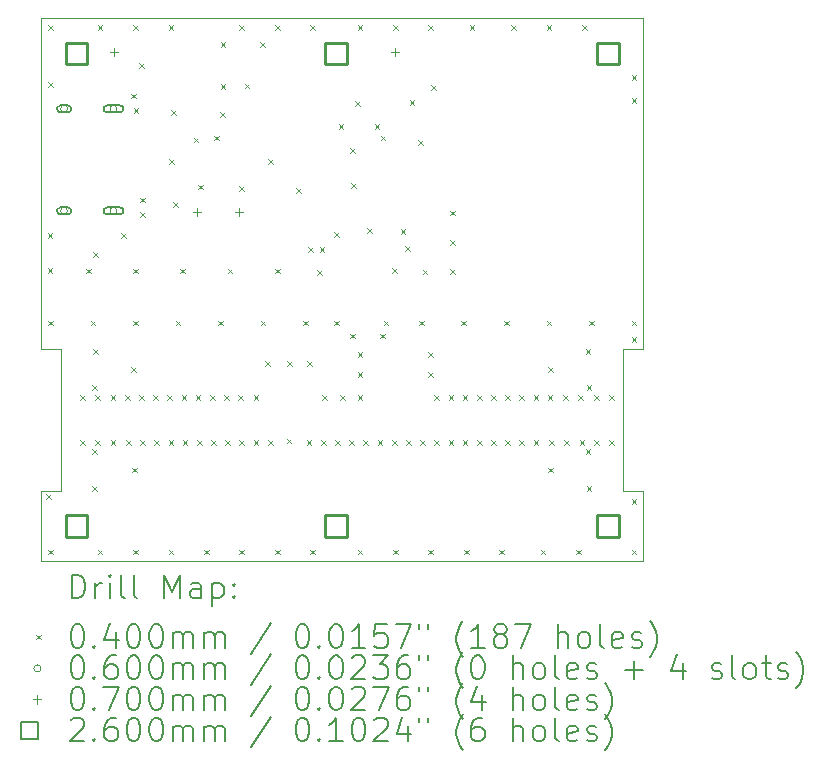
<source format=gbr>
%TF.GenerationSoftware,KiCad,Pcbnew,7.0.6-7.0.6~ubuntu22.04.1*%
%TF.CreationDate,2023-09-10T12:00:01+02:00*%
%TF.ProjectId,RFAmp,5246416d-702e-46b6-9963-61645f706362,rev?*%
%TF.SameCoordinates,Original*%
%TF.FileFunction,Drillmap*%
%TF.FilePolarity,Positive*%
%FSLAX45Y45*%
G04 Gerber Fmt 4.5, Leading zero omitted, Abs format (unit mm)*
G04 Created by KiCad (PCBNEW 7.0.6-7.0.6~ubuntu22.04.1) date 2023-09-10 12:00:01*
%MOMM*%
%LPD*%
G01*
G04 APERTURE LIST*
%ADD10C,0.010000*%
%ADD11C,0.200000*%
%ADD12C,0.040000*%
%ADD13C,0.060000*%
%ADD14C,0.070000*%
%ADD15C,0.260000*%
G04 APERTURE END LIST*
D10*
X15100000Y-14600000D02*
X10000000Y-14600000D01*
X10000000Y-12800000D02*
X10000000Y-10000000D01*
X10170000Y-14000000D02*
X10000000Y-14000000D01*
X14930000Y-12800000D02*
X14930000Y-14000000D01*
X15100000Y-14000000D02*
X15100000Y-14600000D01*
X10000000Y-10000000D02*
X15100000Y-10000000D01*
X14930000Y-12800000D02*
X15100000Y-12800000D01*
X15100000Y-10000000D02*
X15100000Y-12800000D01*
X10000000Y-14000000D02*
X10000000Y-14600000D01*
X10000000Y-12800000D02*
X10170000Y-12800000D01*
X10170000Y-12800000D02*
X10170000Y-14000000D01*
X14930000Y-14000000D02*
X15100000Y-14000000D01*
D11*
D12*
X10045000Y-14030000D02*
X10085000Y-14070000D01*
X10085000Y-14030000D02*
X10045000Y-14070000D01*
X10055000Y-11820000D02*
X10095000Y-11860000D01*
X10095000Y-11820000D02*
X10055000Y-11860000D01*
X10055000Y-12115000D02*
X10095000Y-12155000D01*
X10095000Y-12115000D02*
X10055000Y-12155000D01*
X10060000Y-10060000D02*
X10100000Y-10100000D01*
X10100000Y-10060000D02*
X10060000Y-10100000D01*
X10060000Y-10540000D02*
X10100000Y-10580000D01*
X10100000Y-10540000D02*
X10060000Y-10580000D01*
X10060000Y-12560000D02*
X10100000Y-12600000D01*
X10100000Y-12560000D02*
X10060000Y-12600000D01*
X10060000Y-14500000D02*
X10100000Y-14540000D01*
X10100000Y-14500000D02*
X10060000Y-14540000D01*
X10330000Y-13190000D02*
X10370000Y-13230000D01*
X10370000Y-13190000D02*
X10330000Y-13230000D01*
X10330000Y-13570000D02*
X10370000Y-13610000D01*
X10370000Y-13570000D02*
X10330000Y-13610000D01*
X10380000Y-12120000D02*
X10420000Y-12160000D01*
X10420000Y-12120000D02*
X10380000Y-12160000D01*
X10420000Y-12560000D02*
X10460000Y-12600000D01*
X10460000Y-12560000D02*
X10420000Y-12600000D01*
X10435000Y-13105000D02*
X10475000Y-13145000D01*
X10475000Y-13105000D02*
X10435000Y-13145000D01*
X10435000Y-13650000D02*
X10475000Y-13690000D01*
X10475000Y-13650000D02*
X10435000Y-13690000D01*
X10435000Y-13960000D02*
X10475000Y-14000000D01*
X10475000Y-13960000D02*
X10435000Y-14000000D01*
X10440000Y-11980000D02*
X10480000Y-12020000D01*
X10480000Y-11980000D02*
X10440000Y-12020000D01*
X10440000Y-12800000D02*
X10480000Y-12840000D01*
X10480000Y-12800000D02*
X10440000Y-12840000D01*
X10460000Y-13190000D02*
X10500000Y-13230000D01*
X10500000Y-13190000D02*
X10460000Y-13230000D01*
X10460000Y-13570000D02*
X10500000Y-13610000D01*
X10500000Y-13570000D02*
X10460000Y-13610000D01*
X10480000Y-10060000D02*
X10520000Y-10100000D01*
X10520000Y-10060000D02*
X10480000Y-10100000D01*
X10480000Y-14500000D02*
X10520000Y-14540000D01*
X10520000Y-14500000D02*
X10480000Y-14540000D01*
X10590000Y-13190000D02*
X10630000Y-13230000D01*
X10630000Y-13190000D02*
X10590000Y-13230000D01*
X10590000Y-13570000D02*
X10630000Y-13610000D01*
X10630000Y-13570000D02*
X10590000Y-13610000D01*
X10680000Y-11820000D02*
X10720000Y-11860000D01*
X10720000Y-11820000D02*
X10680000Y-11860000D01*
X10710000Y-13190000D02*
X10750000Y-13230000D01*
X10750000Y-13190000D02*
X10710000Y-13230000D01*
X10720000Y-13570000D02*
X10760000Y-13610000D01*
X10760000Y-13570000D02*
X10720000Y-13610000D01*
X10760000Y-10640000D02*
X10800000Y-10680000D01*
X10800000Y-10640000D02*
X10760000Y-10680000D01*
X10765000Y-12955000D02*
X10805000Y-12995000D01*
X10805000Y-12955000D02*
X10765000Y-12995000D01*
X10770000Y-13805000D02*
X10810000Y-13845000D01*
X10810000Y-13805000D02*
X10770000Y-13845000D01*
X10780000Y-10060000D02*
X10820000Y-10100000D01*
X10820000Y-10060000D02*
X10780000Y-10100000D01*
X10780000Y-12120000D02*
X10820000Y-12160000D01*
X10820000Y-12120000D02*
X10780000Y-12160000D01*
X10780000Y-12560000D02*
X10820000Y-12600000D01*
X10820000Y-12560000D02*
X10780000Y-12600000D01*
X10780000Y-14500000D02*
X10820000Y-14540000D01*
X10820000Y-14500000D02*
X10780000Y-14540000D01*
X10785000Y-10760000D02*
X10825000Y-10800000D01*
X10825000Y-10760000D02*
X10785000Y-10800000D01*
X10830000Y-10380000D02*
X10870000Y-10420000D01*
X10870000Y-10380000D02*
X10830000Y-10420000D01*
X10830000Y-13190000D02*
X10870000Y-13230000D01*
X10870000Y-13190000D02*
X10830000Y-13230000D01*
X10840000Y-11520000D02*
X10880000Y-11560000D01*
X10880000Y-11520000D02*
X10840000Y-11560000D01*
X10840000Y-11640000D02*
X10880000Y-11680000D01*
X10880000Y-11640000D02*
X10840000Y-11680000D01*
X10840000Y-13570000D02*
X10880000Y-13610000D01*
X10880000Y-13570000D02*
X10840000Y-13610000D01*
X10950000Y-13190000D02*
X10990000Y-13230000D01*
X10990000Y-13190000D02*
X10950000Y-13230000D01*
X10960000Y-13570000D02*
X11000000Y-13610000D01*
X11000000Y-13570000D02*
X10960000Y-13610000D01*
X11070000Y-13190000D02*
X11110000Y-13230000D01*
X11110000Y-13190000D02*
X11070000Y-13230000D01*
X11080000Y-10060000D02*
X11120000Y-10100000D01*
X11120000Y-10060000D02*
X11080000Y-10100000D01*
X11080000Y-13570000D02*
X11120000Y-13610000D01*
X11120000Y-13570000D02*
X11080000Y-13610000D01*
X11080000Y-14500000D02*
X11120000Y-14540000D01*
X11120000Y-14500000D02*
X11080000Y-14540000D01*
X11085000Y-11195000D02*
X11125000Y-11235000D01*
X11125000Y-11195000D02*
X11085000Y-11235000D01*
X11100000Y-10780000D02*
X11140000Y-10820000D01*
X11140000Y-10780000D02*
X11100000Y-10820000D01*
X11120000Y-11560000D02*
X11160000Y-11600000D01*
X11160000Y-11560000D02*
X11120000Y-11600000D01*
X11140000Y-12560000D02*
X11180000Y-12600000D01*
X11180000Y-12560000D02*
X11140000Y-12600000D01*
X11180000Y-12120000D02*
X11220000Y-12160000D01*
X11220000Y-12120000D02*
X11180000Y-12160000D01*
X11190000Y-13190000D02*
X11230000Y-13230000D01*
X11230000Y-13190000D02*
X11190000Y-13230000D01*
X11200000Y-13570000D02*
X11240000Y-13610000D01*
X11240000Y-13570000D02*
X11200000Y-13610000D01*
X11291559Y-11011098D02*
X11331559Y-11051098D01*
X11331559Y-11011098D02*
X11291559Y-11051098D01*
X11310000Y-13190000D02*
X11350000Y-13230000D01*
X11350000Y-13190000D02*
X11310000Y-13230000D01*
X11320000Y-13570000D02*
X11360000Y-13610000D01*
X11360000Y-13570000D02*
X11320000Y-13610000D01*
X11329055Y-11408547D02*
X11369055Y-11448547D01*
X11369055Y-11408547D02*
X11329055Y-11448547D01*
X11380000Y-14500000D02*
X11420000Y-14540000D01*
X11420000Y-14500000D02*
X11380000Y-14540000D01*
X11430000Y-13190000D02*
X11470000Y-13230000D01*
X11470000Y-13190000D02*
X11430000Y-13230000D01*
X11440000Y-13570000D02*
X11480000Y-13610000D01*
X11480000Y-13570000D02*
X11440000Y-13610000D01*
X11465000Y-10995000D02*
X11505000Y-11035000D01*
X11505000Y-10995000D02*
X11465000Y-11035000D01*
X11500000Y-12560000D02*
X11540000Y-12600000D01*
X11540000Y-12560000D02*
X11500000Y-12600000D01*
X11515000Y-10795000D02*
X11555000Y-10835000D01*
X11555000Y-10795000D02*
X11515000Y-10835000D01*
X11520000Y-10200000D02*
X11560000Y-10240000D01*
X11560000Y-10200000D02*
X11520000Y-10240000D01*
X11520000Y-10560000D02*
X11560000Y-10600000D01*
X11560000Y-10560000D02*
X11520000Y-10600000D01*
X11550000Y-13190000D02*
X11590000Y-13230000D01*
X11590000Y-13190000D02*
X11550000Y-13230000D01*
X11560000Y-13570000D02*
X11600000Y-13610000D01*
X11600000Y-13570000D02*
X11560000Y-13610000D01*
X11580000Y-12120000D02*
X11620000Y-12160000D01*
X11620000Y-12120000D02*
X11580000Y-12160000D01*
X11670000Y-13190000D02*
X11710000Y-13230000D01*
X11710000Y-13190000D02*
X11670000Y-13230000D01*
X11680000Y-10060000D02*
X11720000Y-10100000D01*
X11720000Y-10060000D02*
X11680000Y-10100000D01*
X11680000Y-11420000D02*
X11720000Y-11460000D01*
X11720000Y-11420000D02*
X11680000Y-11460000D01*
X11680000Y-13570000D02*
X11720000Y-13610000D01*
X11720000Y-13570000D02*
X11680000Y-13610000D01*
X11680000Y-14500000D02*
X11720000Y-14540000D01*
X11720000Y-14500000D02*
X11680000Y-14540000D01*
X11725000Y-10555000D02*
X11765000Y-10595000D01*
X11765000Y-10555000D02*
X11725000Y-10595000D01*
X11800000Y-13190000D02*
X11840000Y-13230000D01*
X11840000Y-13190000D02*
X11800000Y-13230000D01*
X11800000Y-13570000D02*
X11840000Y-13610000D01*
X11840000Y-13570000D02*
X11800000Y-13610000D01*
X11855000Y-10205000D02*
X11895000Y-10245000D01*
X11895000Y-10205000D02*
X11855000Y-10245000D01*
X11860000Y-12560000D02*
X11900000Y-12600000D01*
X11900000Y-12560000D02*
X11860000Y-12600000D01*
X11895000Y-12905000D02*
X11935000Y-12945000D01*
X11935000Y-12905000D02*
X11895000Y-12945000D01*
X11920000Y-13570000D02*
X11960000Y-13610000D01*
X11960000Y-13570000D02*
X11920000Y-13610000D01*
X11925343Y-11191115D02*
X11965343Y-11231115D01*
X11965343Y-11191115D02*
X11925343Y-11231115D01*
X11980000Y-10060000D02*
X12020000Y-10100000D01*
X12020000Y-10060000D02*
X11980000Y-10100000D01*
X11980000Y-12120000D02*
X12020000Y-12160000D01*
X12020000Y-12120000D02*
X11980000Y-12160000D01*
X11980000Y-14500000D02*
X12020000Y-14540000D01*
X12020000Y-14500000D02*
X11980000Y-14540000D01*
X12080000Y-13560000D02*
X12120000Y-13600000D01*
X12120000Y-13560000D02*
X12080000Y-13600000D01*
X12085000Y-12905000D02*
X12125000Y-12945000D01*
X12125000Y-12905000D02*
X12085000Y-12945000D01*
X12160000Y-11440000D02*
X12200000Y-11480000D01*
X12200000Y-11440000D02*
X12160000Y-11480000D01*
X12220000Y-12560000D02*
X12260000Y-12600000D01*
X12260000Y-12560000D02*
X12220000Y-12600000D01*
X12250000Y-13570000D02*
X12290000Y-13610000D01*
X12290000Y-13570000D02*
X12250000Y-13610000D01*
X12255000Y-12905000D02*
X12295000Y-12945000D01*
X12295000Y-12905000D02*
X12255000Y-12945000D01*
X12260000Y-11940000D02*
X12300000Y-11980000D01*
X12300000Y-11940000D02*
X12260000Y-11980000D01*
X12280000Y-10060000D02*
X12320000Y-10100000D01*
X12320000Y-10060000D02*
X12280000Y-10100000D01*
X12280000Y-14500000D02*
X12320000Y-14540000D01*
X12320000Y-14500000D02*
X12280000Y-14540000D01*
X12335000Y-12135000D02*
X12375000Y-12175000D01*
X12375000Y-12135000D02*
X12335000Y-12175000D01*
X12360000Y-11940000D02*
X12400000Y-11980000D01*
X12400000Y-11940000D02*
X12360000Y-11980000D01*
X12370000Y-13570000D02*
X12410000Y-13610000D01*
X12410000Y-13570000D02*
X12370000Y-13610000D01*
X12380000Y-13190000D02*
X12420000Y-13230000D01*
X12420000Y-13190000D02*
X12380000Y-13230000D01*
X12480000Y-11810000D02*
X12520000Y-11850000D01*
X12520000Y-11810000D02*
X12480000Y-11850000D01*
X12480000Y-12560000D02*
X12520000Y-12600000D01*
X12520000Y-12560000D02*
X12480000Y-12600000D01*
X12490000Y-13570000D02*
X12530000Y-13610000D01*
X12530000Y-13570000D02*
X12490000Y-13610000D01*
X12520000Y-10900000D02*
X12560000Y-10940000D01*
X12560000Y-10900000D02*
X12520000Y-10940000D01*
X12530000Y-13190000D02*
X12570000Y-13230000D01*
X12570000Y-13190000D02*
X12530000Y-13230000D01*
X12610000Y-13570000D02*
X12650000Y-13610000D01*
X12650000Y-13570000D02*
X12610000Y-13610000D01*
X12614263Y-11097770D02*
X12654263Y-11137770D01*
X12654263Y-11097770D02*
X12614263Y-11137770D01*
X12620000Y-12670000D02*
X12660000Y-12710000D01*
X12660000Y-12670000D02*
X12620000Y-12710000D01*
X12625000Y-11395000D02*
X12665000Y-11435000D01*
X12665000Y-11395000D02*
X12625000Y-11435000D01*
X12660000Y-10700000D02*
X12700000Y-10740000D01*
X12700000Y-10700000D02*
X12660000Y-10740000D01*
X12680000Y-10060000D02*
X12720000Y-10100000D01*
X12720000Y-10060000D02*
X12680000Y-10100000D01*
X12680000Y-12830000D02*
X12720000Y-12870000D01*
X12720000Y-12830000D02*
X12680000Y-12870000D01*
X12680000Y-13000000D02*
X12720000Y-13040000D01*
X12720000Y-13000000D02*
X12680000Y-13040000D01*
X12680000Y-13190000D02*
X12720000Y-13230000D01*
X12720000Y-13190000D02*
X12680000Y-13230000D01*
X12680000Y-14500000D02*
X12720000Y-14540000D01*
X12720000Y-14500000D02*
X12680000Y-14540000D01*
X12730000Y-13570000D02*
X12770000Y-13610000D01*
X12770000Y-13570000D02*
X12730000Y-13610000D01*
X12761635Y-11777880D02*
X12801635Y-11817880D01*
X12801635Y-11777880D02*
X12761635Y-11817880D01*
X12825000Y-10900000D02*
X12865000Y-10940000D01*
X12865000Y-10900000D02*
X12825000Y-10940000D01*
X12850000Y-13570000D02*
X12890000Y-13610000D01*
X12890000Y-13570000D02*
X12850000Y-13610000D01*
X12870000Y-12670000D02*
X12910000Y-12710000D01*
X12910000Y-12670000D02*
X12870000Y-12710000D01*
X12875000Y-10995000D02*
X12915000Y-11035000D01*
X12915000Y-10995000D02*
X12875000Y-11035000D01*
X12900000Y-12560000D02*
X12940000Y-12600000D01*
X12940000Y-12560000D02*
X12900000Y-12600000D01*
X12970000Y-13570000D02*
X13010000Y-13610000D01*
X13010000Y-13570000D02*
X12970000Y-13610000D01*
X12975000Y-12115000D02*
X13015000Y-12155000D01*
X13015000Y-12115000D02*
X12975000Y-12155000D01*
X12980000Y-10060000D02*
X13020000Y-10100000D01*
X13020000Y-10060000D02*
X12980000Y-10100000D01*
X12980000Y-14500000D02*
X13020000Y-14540000D01*
X13020000Y-14500000D02*
X12980000Y-14540000D01*
X13045000Y-11785000D02*
X13085000Y-11825000D01*
X13085000Y-11785000D02*
X13045000Y-11825000D01*
X13080000Y-11930000D02*
X13120000Y-11970000D01*
X13120000Y-11930000D02*
X13080000Y-11970000D01*
X13090000Y-13570000D02*
X13130000Y-13610000D01*
X13130000Y-13570000D02*
X13090000Y-13610000D01*
X13120000Y-10695000D02*
X13160000Y-10735000D01*
X13160000Y-10695000D02*
X13120000Y-10735000D01*
X13193859Y-11033148D02*
X13233859Y-11073148D01*
X13233859Y-11033148D02*
X13193859Y-11073148D01*
X13200000Y-12560000D02*
X13240000Y-12600000D01*
X13240000Y-12560000D02*
X13200000Y-12600000D01*
X13210000Y-13570000D02*
X13250000Y-13610000D01*
X13250000Y-13570000D02*
X13210000Y-13610000D01*
X13230000Y-12130000D02*
X13270000Y-12170000D01*
X13270000Y-12130000D02*
X13230000Y-12170000D01*
X13280000Y-10060000D02*
X13320000Y-10100000D01*
X13320000Y-10060000D02*
X13280000Y-10100000D01*
X13280000Y-12830000D02*
X13320000Y-12870000D01*
X13320000Y-12830000D02*
X13280000Y-12870000D01*
X13280000Y-13000000D02*
X13320000Y-13040000D01*
X13320000Y-13000000D02*
X13280000Y-13040000D01*
X13280000Y-14500000D02*
X13320000Y-14540000D01*
X13320000Y-14500000D02*
X13280000Y-14540000D01*
X13300000Y-10565000D02*
X13340000Y-10605000D01*
X13340000Y-10565000D02*
X13300000Y-10605000D01*
X13330000Y-13190000D02*
X13370000Y-13230000D01*
X13370000Y-13190000D02*
X13330000Y-13230000D01*
X13330000Y-13570000D02*
X13370000Y-13610000D01*
X13370000Y-13570000D02*
X13330000Y-13610000D01*
X13450000Y-13190000D02*
X13490000Y-13230000D01*
X13490000Y-13190000D02*
X13450000Y-13230000D01*
X13450000Y-13570000D02*
X13490000Y-13610000D01*
X13490000Y-13570000D02*
X13450000Y-13610000D01*
X13465000Y-11630000D02*
X13505000Y-11670000D01*
X13505000Y-11630000D02*
X13465000Y-11670000D01*
X13465000Y-11880000D02*
X13505000Y-11920000D01*
X13505000Y-11880000D02*
X13465000Y-11920000D01*
X13465000Y-12125000D02*
X13505000Y-12165000D01*
X13505000Y-12125000D02*
X13465000Y-12165000D01*
X13560000Y-12560000D02*
X13600000Y-12600000D01*
X13600000Y-12560000D02*
X13560000Y-12600000D01*
X13570000Y-13190000D02*
X13610000Y-13230000D01*
X13610000Y-13190000D02*
X13570000Y-13230000D01*
X13570000Y-13570000D02*
X13610000Y-13610000D01*
X13610000Y-13570000D02*
X13570000Y-13610000D01*
X13580000Y-14500000D02*
X13620000Y-14540000D01*
X13620000Y-14500000D02*
X13580000Y-14540000D01*
X13630000Y-10060000D02*
X13670000Y-10100000D01*
X13670000Y-10060000D02*
X13630000Y-10100000D01*
X13690000Y-13190000D02*
X13730000Y-13230000D01*
X13730000Y-13190000D02*
X13690000Y-13230000D01*
X13690000Y-13570000D02*
X13730000Y-13610000D01*
X13730000Y-13570000D02*
X13690000Y-13610000D01*
X13810000Y-13190000D02*
X13850000Y-13230000D01*
X13850000Y-13190000D02*
X13810000Y-13230000D01*
X13810000Y-13570000D02*
X13850000Y-13610000D01*
X13850000Y-13570000D02*
X13810000Y-13610000D01*
X13880000Y-14500000D02*
X13920000Y-14540000D01*
X13920000Y-14500000D02*
X13880000Y-14540000D01*
X13920000Y-12560000D02*
X13960000Y-12600000D01*
X13960000Y-12560000D02*
X13920000Y-12600000D01*
X13930000Y-13190000D02*
X13970000Y-13230000D01*
X13970000Y-13190000D02*
X13930000Y-13230000D01*
X13930000Y-13570000D02*
X13970000Y-13610000D01*
X13970000Y-13570000D02*
X13930000Y-13610000D01*
X13980000Y-10060000D02*
X14020000Y-10100000D01*
X14020000Y-10060000D02*
X13980000Y-10100000D01*
X14050000Y-13190000D02*
X14090000Y-13230000D01*
X14090000Y-13190000D02*
X14050000Y-13230000D01*
X14050000Y-13570000D02*
X14090000Y-13610000D01*
X14090000Y-13570000D02*
X14050000Y-13610000D01*
X14170000Y-13190000D02*
X14210000Y-13230000D01*
X14210000Y-13190000D02*
X14170000Y-13230000D01*
X14170000Y-13570000D02*
X14210000Y-13610000D01*
X14210000Y-13570000D02*
X14170000Y-13610000D01*
X14230000Y-14500000D02*
X14270000Y-14540000D01*
X14270000Y-14500000D02*
X14230000Y-14540000D01*
X14280000Y-10060000D02*
X14320000Y-10100000D01*
X14320000Y-10060000D02*
X14280000Y-10100000D01*
X14280000Y-12560000D02*
X14320000Y-12600000D01*
X14320000Y-12560000D02*
X14280000Y-12600000D01*
X14290000Y-13190000D02*
X14330000Y-13230000D01*
X14330000Y-13190000D02*
X14290000Y-13230000D01*
X14295000Y-12955000D02*
X14335000Y-12995000D01*
X14335000Y-12955000D02*
X14295000Y-12995000D01*
X14295000Y-13805000D02*
X14335000Y-13845000D01*
X14335000Y-13805000D02*
X14295000Y-13845000D01*
X14300000Y-13570000D02*
X14340000Y-13610000D01*
X14340000Y-13570000D02*
X14300000Y-13610000D01*
X14420000Y-13190000D02*
X14460000Y-13230000D01*
X14460000Y-13190000D02*
X14420000Y-13230000D01*
X14430000Y-13570000D02*
X14470000Y-13610000D01*
X14470000Y-13570000D02*
X14430000Y-13610000D01*
X14530000Y-14500000D02*
X14570000Y-14540000D01*
X14570000Y-14500000D02*
X14530000Y-14540000D01*
X14550000Y-13190000D02*
X14590000Y-13230000D01*
X14590000Y-13190000D02*
X14550000Y-13230000D01*
X14560000Y-13570000D02*
X14600000Y-13610000D01*
X14600000Y-13570000D02*
X14560000Y-13610000D01*
X14580000Y-10060000D02*
X14620000Y-10100000D01*
X14620000Y-10060000D02*
X14580000Y-10100000D01*
X14610000Y-12800000D02*
X14650000Y-12840000D01*
X14650000Y-12800000D02*
X14610000Y-12840000D01*
X14610000Y-13650000D02*
X14650000Y-13690000D01*
X14650000Y-13650000D02*
X14610000Y-13690000D01*
X14620000Y-13110000D02*
X14660000Y-13150000D01*
X14660000Y-13110000D02*
X14620000Y-13150000D01*
X14620000Y-13960000D02*
X14660000Y-14000000D01*
X14660000Y-13960000D02*
X14620000Y-14000000D01*
X14640000Y-12560000D02*
X14680000Y-12600000D01*
X14680000Y-12560000D02*
X14640000Y-12600000D01*
X14680000Y-13190000D02*
X14720000Y-13230000D01*
X14720000Y-13190000D02*
X14680000Y-13230000D01*
X14680000Y-13570000D02*
X14720000Y-13610000D01*
X14720000Y-13570000D02*
X14680000Y-13610000D01*
X14810000Y-13190000D02*
X14850000Y-13230000D01*
X14850000Y-13190000D02*
X14810000Y-13230000D01*
X14810000Y-13570000D02*
X14850000Y-13610000D01*
X14850000Y-13570000D02*
X14810000Y-13610000D01*
X15000000Y-10480000D02*
X15040000Y-10520000D01*
X15040000Y-10480000D02*
X15000000Y-10520000D01*
X15000000Y-10680000D02*
X15040000Y-10720000D01*
X15040000Y-10680000D02*
X15000000Y-10720000D01*
X15000000Y-12560000D02*
X15040000Y-12600000D01*
X15040000Y-12560000D02*
X15000000Y-12600000D01*
X15000000Y-12700000D02*
X15040000Y-12740000D01*
X15040000Y-12700000D02*
X15000000Y-12740000D01*
X15000000Y-14070000D02*
X15040000Y-14110000D01*
X15040000Y-14070000D02*
X15000000Y-14110000D01*
X15000000Y-14500000D02*
X15040000Y-14540000D01*
X15040000Y-14500000D02*
X15000000Y-14540000D01*
D13*
X10225000Y-10768000D02*
G75*
G03*
X10225000Y-10768000I-30000J0D01*
G01*
D11*
X10225000Y-10738000D02*
X10165000Y-10738000D01*
X10165000Y-10738000D02*
G75*
G03*
X10165000Y-10798000I0J-30000D01*
G01*
X10165000Y-10798000D02*
X10225000Y-10798000D01*
X10225000Y-10798000D02*
G75*
G03*
X10225000Y-10738000I0J30000D01*
G01*
D13*
X10225000Y-11632000D02*
G75*
G03*
X10225000Y-11632000I-30000J0D01*
G01*
D11*
X10225000Y-11602000D02*
X10165000Y-11602000D01*
X10165000Y-11602000D02*
G75*
G03*
X10165000Y-11662000I0J-30000D01*
G01*
X10165000Y-11662000D02*
X10225000Y-11662000D01*
X10225000Y-11662000D02*
G75*
G03*
X10225000Y-11602000I0J30000D01*
G01*
D13*
X10643000Y-10768000D02*
G75*
G03*
X10643000Y-10768000I-30000J0D01*
G01*
D11*
X10668000Y-10738000D02*
X10558000Y-10738000D01*
X10558000Y-10738000D02*
G75*
G03*
X10558000Y-10798000I0J-30000D01*
G01*
X10558000Y-10798000D02*
X10668000Y-10798000D01*
X10668000Y-10798000D02*
G75*
G03*
X10668000Y-10738000I0J30000D01*
G01*
D13*
X10643000Y-11632000D02*
G75*
G03*
X10643000Y-11632000I-30000J0D01*
G01*
D11*
X10668000Y-11602000D02*
X10558000Y-11602000D01*
X10558000Y-11602000D02*
G75*
G03*
X10558000Y-11662000I0J-30000D01*
G01*
X10558000Y-11662000D02*
X10668000Y-11662000D01*
X10668000Y-11662000D02*
G75*
G03*
X10668000Y-11602000I0J30000D01*
G01*
D14*
X10620000Y-10250000D02*
X10620000Y-10320000D01*
X10585000Y-10285000D02*
X10655000Y-10285000D01*
X11320000Y-11605000D02*
X11320000Y-11675000D01*
X11285000Y-11640000D02*
X11355000Y-11640000D01*
X11675000Y-11605000D02*
X11675000Y-11675000D01*
X11640000Y-11640000D02*
X11710000Y-11640000D01*
X13000000Y-10252500D02*
X13000000Y-10322500D01*
X12965000Y-10287500D02*
X13035000Y-10287500D01*
D15*
X10391925Y-10391925D02*
X10391925Y-10208075D01*
X10208075Y-10208075D01*
X10208075Y-10391925D01*
X10391925Y-10391925D01*
X10391925Y-14391925D02*
X10391925Y-14208075D01*
X10208075Y-14208075D01*
X10208075Y-14391925D01*
X10391925Y-14391925D01*
X12591925Y-10391925D02*
X12591925Y-10208075D01*
X12408075Y-10208075D01*
X12408075Y-10391925D01*
X12591925Y-10391925D01*
X12591925Y-14391925D02*
X12591925Y-14208075D01*
X12408075Y-14208075D01*
X12408075Y-14391925D01*
X12591925Y-14391925D01*
X14891925Y-10391925D02*
X14891925Y-10208075D01*
X14708075Y-10208075D01*
X14708075Y-10391925D01*
X14891925Y-10391925D01*
X14891925Y-14391925D02*
X14891925Y-14208075D01*
X14708075Y-14208075D01*
X14708075Y-14391925D01*
X14891925Y-14391925D01*
D11*
X10260277Y-14911984D02*
X10260277Y-14711984D01*
X10260277Y-14711984D02*
X10307896Y-14711984D01*
X10307896Y-14711984D02*
X10336467Y-14721508D01*
X10336467Y-14721508D02*
X10355515Y-14740555D01*
X10355515Y-14740555D02*
X10365039Y-14759603D01*
X10365039Y-14759603D02*
X10374563Y-14797698D01*
X10374563Y-14797698D02*
X10374563Y-14826269D01*
X10374563Y-14826269D02*
X10365039Y-14864365D01*
X10365039Y-14864365D02*
X10355515Y-14883412D01*
X10355515Y-14883412D02*
X10336467Y-14902460D01*
X10336467Y-14902460D02*
X10307896Y-14911984D01*
X10307896Y-14911984D02*
X10260277Y-14911984D01*
X10460277Y-14911984D02*
X10460277Y-14778650D01*
X10460277Y-14816746D02*
X10469801Y-14797698D01*
X10469801Y-14797698D02*
X10479324Y-14788174D01*
X10479324Y-14788174D02*
X10498372Y-14778650D01*
X10498372Y-14778650D02*
X10517420Y-14778650D01*
X10584086Y-14911984D02*
X10584086Y-14778650D01*
X10584086Y-14711984D02*
X10574563Y-14721508D01*
X10574563Y-14721508D02*
X10584086Y-14731031D01*
X10584086Y-14731031D02*
X10593610Y-14721508D01*
X10593610Y-14721508D02*
X10584086Y-14711984D01*
X10584086Y-14711984D02*
X10584086Y-14731031D01*
X10707896Y-14911984D02*
X10688848Y-14902460D01*
X10688848Y-14902460D02*
X10679324Y-14883412D01*
X10679324Y-14883412D02*
X10679324Y-14711984D01*
X10812658Y-14911984D02*
X10793610Y-14902460D01*
X10793610Y-14902460D02*
X10784086Y-14883412D01*
X10784086Y-14883412D02*
X10784086Y-14711984D01*
X11041229Y-14911984D02*
X11041229Y-14711984D01*
X11041229Y-14711984D02*
X11107896Y-14854841D01*
X11107896Y-14854841D02*
X11174563Y-14711984D01*
X11174563Y-14711984D02*
X11174563Y-14911984D01*
X11355515Y-14911984D02*
X11355515Y-14807222D01*
X11355515Y-14807222D02*
X11345991Y-14788174D01*
X11345991Y-14788174D02*
X11326943Y-14778650D01*
X11326943Y-14778650D02*
X11288848Y-14778650D01*
X11288848Y-14778650D02*
X11269801Y-14788174D01*
X11355515Y-14902460D02*
X11336467Y-14911984D01*
X11336467Y-14911984D02*
X11288848Y-14911984D01*
X11288848Y-14911984D02*
X11269801Y-14902460D01*
X11269801Y-14902460D02*
X11260277Y-14883412D01*
X11260277Y-14883412D02*
X11260277Y-14864365D01*
X11260277Y-14864365D02*
X11269801Y-14845317D01*
X11269801Y-14845317D02*
X11288848Y-14835793D01*
X11288848Y-14835793D02*
X11336467Y-14835793D01*
X11336467Y-14835793D02*
X11355515Y-14826269D01*
X11450753Y-14778650D02*
X11450753Y-14978650D01*
X11450753Y-14788174D02*
X11469801Y-14778650D01*
X11469801Y-14778650D02*
X11507896Y-14778650D01*
X11507896Y-14778650D02*
X11526943Y-14788174D01*
X11526943Y-14788174D02*
X11536467Y-14797698D01*
X11536467Y-14797698D02*
X11545991Y-14816746D01*
X11545991Y-14816746D02*
X11545991Y-14873888D01*
X11545991Y-14873888D02*
X11536467Y-14892936D01*
X11536467Y-14892936D02*
X11526943Y-14902460D01*
X11526943Y-14902460D02*
X11507896Y-14911984D01*
X11507896Y-14911984D02*
X11469801Y-14911984D01*
X11469801Y-14911984D02*
X11450753Y-14902460D01*
X11631705Y-14892936D02*
X11641229Y-14902460D01*
X11641229Y-14902460D02*
X11631705Y-14911984D01*
X11631705Y-14911984D02*
X11622182Y-14902460D01*
X11622182Y-14902460D02*
X11631705Y-14892936D01*
X11631705Y-14892936D02*
X11631705Y-14911984D01*
X11631705Y-14788174D02*
X11641229Y-14797698D01*
X11641229Y-14797698D02*
X11631705Y-14807222D01*
X11631705Y-14807222D02*
X11622182Y-14797698D01*
X11622182Y-14797698D02*
X11631705Y-14788174D01*
X11631705Y-14788174D02*
X11631705Y-14807222D01*
D12*
X9959500Y-15220500D02*
X9999500Y-15260500D01*
X9999500Y-15220500D02*
X9959500Y-15260500D01*
D11*
X10298372Y-15131984D02*
X10317420Y-15131984D01*
X10317420Y-15131984D02*
X10336467Y-15141508D01*
X10336467Y-15141508D02*
X10345991Y-15151031D01*
X10345991Y-15151031D02*
X10355515Y-15170079D01*
X10355515Y-15170079D02*
X10365039Y-15208174D01*
X10365039Y-15208174D02*
X10365039Y-15255793D01*
X10365039Y-15255793D02*
X10355515Y-15293888D01*
X10355515Y-15293888D02*
X10345991Y-15312936D01*
X10345991Y-15312936D02*
X10336467Y-15322460D01*
X10336467Y-15322460D02*
X10317420Y-15331984D01*
X10317420Y-15331984D02*
X10298372Y-15331984D01*
X10298372Y-15331984D02*
X10279324Y-15322460D01*
X10279324Y-15322460D02*
X10269801Y-15312936D01*
X10269801Y-15312936D02*
X10260277Y-15293888D01*
X10260277Y-15293888D02*
X10250753Y-15255793D01*
X10250753Y-15255793D02*
X10250753Y-15208174D01*
X10250753Y-15208174D02*
X10260277Y-15170079D01*
X10260277Y-15170079D02*
X10269801Y-15151031D01*
X10269801Y-15151031D02*
X10279324Y-15141508D01*
X10279324Y-15141508D02*
X10298372Y-15131984D01*
X10450753Y-15312936D02*
X10460277Y-15322460D01*
X10460277Y-15322460D02*
X10450753Y-15331984D01*
X10450753Y-15331984D02*
X10441229Y-15322460D01*
X10441229Y-15322460D02*
X10450753Y-15312936D01*
X10450753Y-15312936D02*
X10450753Y-15331984D01*
X10631705Y-15198650D02*
X10631705Y-15331984D01*
X10584086Y-15122460D02*
X10536467Y-15265317D01*
X10536467Y-15265317D02*
X10660277Y-15265317D01*
X10774563Y-15131984D02*
X10793610Y-15131984D01*
X10793610Y-15131984D02*
X10812658Y-15141508D01*
X10812658Y-15141508D02*
X10822182Y-15151031D01*
X10822182Y-15151031D02*
X10831705Y-15170079D01*
X10831705Y-15170079D02*
X10841229Y-15208174D01*
X10841229Y-15208174D02*
X10841229Y-15255793D01*
X10841229Y-15255793D02*
X10831705Y-15293888D01*
X10831705Y-15293888D02*
X10822182Y-15312936D01*
X10822182Y-15312936D02*
X10812658Y-15322460D01*
X10812658Y-15322460D02*
X10793610Y-15331984D01*
X10793610Y-15331984D02*
X10774563Y-15331984D01*
X10774563Y-15331984D02*
X10755515Y-15322460D01*
X10755515Y-15322460D02*
X10745991Y-15312936D01*
X10745991Y-15312936D02*
X10736467Y-15293888D01*
X10736467Y-15293888D02*
X10726944Y-15255793D01*
X10726944Y-15255793D02*
X10726944Y-15208174D01*
X10726944Y-15208174D02*
X10736467Y-15170079D01*
X10736467Y-15170079D02*
X10745991Y-15151031D01*
X10745991Y-15151031D02*
X10755515Y-15141508D01*
X10755515Y-15141508D02*
X10774563Y-15131984D01*
X10965039Y-15131984D02*
X10984086Y-15131984D01*
X10984086Y-15131984D02*
X11003134Y-15141508D01*
X11003134Y-15141508D02*
X11012658Y-15151031D01*
X11012658Y-15151031D02*
X11022182Y-15170079D01*
X11022182Y-15170079D02*
X11031705Y-15208174D01*
X11031705Y-15208174D02*
X11031705Y-15255793D01*
X11031705Y-15255793D02*
X11022182Y-15293888D01*
X11022182Y-15293888D02*
X11012658Y-15312936D01*
X11012658Y-15312936D02*
X11003134Y-15322460D01*
X11003134Y-15322460D02*
X10984086Y-15331984D01*
X10984086Y-15331984D02*
X10965039Y-15331984D01*
X10965039Y-15331984D02*
X10945991Y-15322460D01*
X10945991Y-15322460D02*
X10936467Y-15312936D01*
X10936467Y-15312936D02*
X10926944Y-15293888D01*
X10926944Y-15293888D02*
X10917420Y-15255793D01*
X10917420Y-15255793D02*
X10917420Y-15208174D01*
X10917420Y-15208174D02*
X10926944Y-15170079D01*
X10926944Y-15170079D02*
X10936467Y-15151031D01*
X10936467Y-15151031D02*
X10945991Y-15141508D01*
X10945991Y-15141508D02*
X10965039Y-15131984D01*
X11117420Y-15331984D02*
X11117420Y-15198650D01*
X11117420Y-15217698D02*
X11126944Y-15208174D01*
X11126944Y-15208174D02*
X11145991Y-15198650D01*
X11145991Y-15198650D02*
X11174563Y-15198650D01*
X11174563Y-15198650D02*
X11193610Y-15208174D01*
X11193610Y-15208174D02*
X11203134Y-15227222D01*
X11203134Y-15227222D02*
X11203134Y-15331984D01*
X11203134Y-15227222D02*
X11212658Y-15208174D01*
X11212658Y-15208174D02*
X11231705Y-15198650D01*
X11231705Y-15198650D02*
X11260277Y-15198650D01*
X11260277Y-15198650D02*
X11279324Y-15208174D01*
X11279324Y-15208174D02*
X11288848Y-15227222D01*
X11288848Y-15227222D02*
X11288848Y-15331984D01*
X11384086Y-15331984D02*
X11384086Y-15198650D01*
X11384086Y-15217698D02*
X11393610Y-15208174D01*
X11393610Y-15208174D02*
X11412658Y-15198650D01*
X11412658Y-15198650D02*
X11441229Y-15198650D01*
X11441229Y-15198650D02*
X11460277Y-15208174D01*
X11460277Y-15208174D02*
X11469801Y-15227222D01*
X11469801Y-15227222D02*
X11469801Y-15331984D01*
X11469801Y-15227222D02*
X11479324Y-15208174D01*
X11479324Y-15208174D02*
X11498372Y-15198650D01*
X11498372Y-15198650D02*
X11526943Y-15198650D01*
X11526943Y-15198650D02*
X11545991Y-15208174D01*
X11545991Y-15208174D02*
X11555515Y-15227222D01*
X11555515Y-15227222D02*
X11555515Y-15331984D01*
X11945991Y-15122460D02*
X11774563Y-15379603D01*
X12203134Y-15131984D02*
X12222182Y-15131984D01*
X12222182Y-15131984D02*
X12241229Y-15141508D01*
X12241229Y-15141508D02*
X12250753Y-15151031D01*
X12250753Y-15151031D02*
X12260277Y-15170079D01*
X12260277Y-15170079D02*
X12269801Y-15208174D01*
X12269801Y-15208174D02*
X12269801Y-15255793D01*
X12269801Y-15255793D02*
X12260277Y-15293888D01*
X12260277Y-15293888D02*
X12250753Y-15312936D01*
X12250753Y-15312936D02*
X12241229Y-15322460D01*
X12241229Y-15322460D02*
X12222182Y-15331984D01*
X12222182Y-15331984D02*
X12203134Y-15331984D01*
X12203134Y-15331984D02*
X12184086Y-15322460D01*
X12184086Y-15322460D02*
X12174563Y-15312936D01*
X12174563Y-15312936D02*
X12165039Y-15293888D01*
X12165039Y-15293888D02*
X12155515Y-15255793D01*
X12155515Y-15255793D02*
X12155515Y-15208174D01*
X12155515Y-15208174D02*
X12165039Y-15170079D01*
X12165039Y-15170079D02*
X12174563Y-15151031D01*
X12174563Y-15151031D02*
X12184086Y-15141508D01*
X12184086Y-15141508D02*
X12203134Y-15131984D01*
X12355515Y-15312936D02*
X12365039Y-15322460D01*
X12365039Y-15322460D02*
X12355515Y-15331984D01*
X12355515Y-15331984D02*
X12345991Y-15322460D01*
X12345991Y-15322460D02*
X12355515Y-15312936D01*
X12355515Y-15312936D02*
X12355515Y-15331984D01*
X12488848Y-15131984D02*
X12507896Y-15131984D01*
X12507896Y-15131984D02*
X12526944Y-15141508D01*
X12526944Y-15141508D02*
X12536467Y-15151031D01*
X12536467Y-15151031D02*
X12545991Y-15170079D01*
X12545991Y-15170079D02*
X12555515Y-15208174D01*
X12555515Y-15208174D02*
X12555515Y-15255793D01*
X12555515Y-15255793D02*
X12545991Y-15293888D01*
X12545991Y-15293888D02*
X12536467Y-15312936D01*
X12536467Y-15312936D02*
X12526944Y-15322460D01*
X12526944Y-15322460D02*
X12507896Y-15331984D01*
X12507896Y-15331984D02*
X12488848Y-15331984D01*
X12488848Y-15331984D02*
X12469801Y-15322460D01*
X12469801Y-15322460D02*
X12460277Y-15312936D01*
X12460277Y-15312936D02*
X12450753Y-15293888D01*
X12450753Y-15293888D02*
X12441229Y-15255793D01*
X12441229Y-15255793D02*
X12441229Y-15208174D01*
X12441229Y-15208174D02*
X12450753Y-15170079D01*
X12450753Y-15170079D02*
X12460277Y-15151031D01*
X12460277Y-15151031D02*
X12469801Y-15141508D01*
X12469801Y-15141508D02*
X12488848Y-15131984D01*
X12745991Y-15331984D02*
X12631706Y-15331984D01*
X12688848Y-15331984D02*
X12688848Y-15131984D01*
X12688848Y-15131984D02*
X12669801Y-15160555D01*
X12669801Y-15160555D02*
X12650753Y-15179603D01*
X12650753Y-15179603D02*
X12631706Y-15189127D01*
X12926944Y-15131984D02*
X12831706Y-15131984D01*
X12831706Y-15131984D02*
X12822182Y-15227222D01*
X12822182Y-15227222D02*
X12831706Y-15217698D01*
X12831706Y-15217698D02*
X12850753Y-15208174D01*
X12850753Y-15208174D02*
X12898372Y-15208174D01*
X12898372Y-15208174D02*
X12917420Y-15217698D01*
X12917420Y-15217698D02*
X12926944Y-15227222D01*
X12926944Y-15227222D02*
X12936467Y-15246269D01*
X12936467Y-15246269D02*
X12936467Y-15293888D01*
X12936467Y-15293888D02*
X12926944Y-15312936D01*
X12926944Y-15312936D02*
X12917420Y-15322460D01*
X12917420Y-15322460D02*
X12898372Y-15331984D01*
X12898372Y-15331984D02*
X12850753Y-15331984D01*
X12850753Y-15331984D02*
X12831706Y-15322460D01*
X12831706Y-15322460D02*
X12822182Y-15312936D01*
X13003134Y-15131984D02*
X13136467Y-15131984D01*
X13136467Y-15131984D02*
X13050753Y-15331984D01*
X13203134Y-15131984D02*
X13203134Y-15170079D01*
X13279325Y-15131984D02*
X13279325Y-15170079D01*
X13574563Y-15408174D02*
X13565039Y-15398650D01*
X13565039Y-15398650D02*
X13545991Y-15370079D01*
X13545991Y-15370079D02*
X13536468Y-15351031D01*
X13536468Y-15351031D02*
X13526944Y-15322460D01*
X13526944Y-15322460D02*
X13517420Y-15274841D01*
X13517420Y-15274841D02*
X13517420Y-15236746D01*
X13517420Y-15236746D02*
X13526944Y-15189127D01*
X13526944Y-15189127D02*
X13536468Y-15160555D01*
X13536468Y-15160555D02*
X13545991Y-15141508D01*
X13545991Y-15141508D02*
X13565039Y-15112936D01*
X13565039Y-15112936D02*
X13574563Y-15103412D01*
X13755515Y-15331984D02*
X13641229Y-15331984D01*
X13698372Y-15331984D02*
X13698372Y-15131984D01*
X13698372Y-15131984D02*
X13679325Y-15160555D01*
X13679325Y-15160555D02*
X13660277Y-15179603D01*
X13660277Y-15179603D02*
X13641229Y-15189127D01*
X13869801Y-15217698D02*
X13850753Y-15208174D01*
X13850753Y-15208174D02*
X13841229Y-15198650D01*
X13841229Y-15198650D02*
X13831706Y-15179603D01*
X13831706Y-15179603D02*
X13831706Y-15170079D01*
X13831706Y-15170079D02*
X13841229Y-15151031D01*
X13841229Y-15151031D02*
X13850753Y-15141508D01*
X13850753Y-15141508D02*
X13869801Y-15131984D01*
X13869801Y-15131984D02*
X13907896Y-15131984D01*
X13907896Y-15131984D02*
X13926944Y-15141508D01*
X13926944Y-15141508D02*
X13936468Y-15151031D01*
X13936468Y-15151031D02*
X13945991Y-15170079D01*
X13945991Y-15170079D02*
X13945991Y-15179603D01*
X13945991Y-15179603D02*
X13936468Y-15198650D01*
X13936468Y-15198650D02*
X13926944Y-15208174D01*
X13926944Y-15208174D02*
X13907896Y-15217698D01*
X13907896Y-15217698D02*
X13869801Y-15217698D01*
X13869801Y-15217698D02*
X13850753Y-15227222D01*
X13850753Y-15227222D02*
X13841229Y-15236746D01*
X13841229Y-15236746D02*
X13831706Y-15255793D01*
X13831706Y-15255793D02*
X13831706Y-15293888D01*
X13831706Y-15293888D02*
X13841229Y-15312936D01*
X13841229Y-15312936D02*
X13850753Y-15322460D01*
X13850753Y-15322460D02*
X13869801Y-15331984D01*
X13869801Y-15331984D02*
X13907896Y-15331984D01*
X13907896Y-15331984D02*
X13926944Y-15322460D01*
X13926944Y-15322460D02*
X13936468Y-15312936D01*
X13936468Y-15312936D02*
X13945991Y-15293888D01*
X13945991Y-15293888D02*
X13945991Y-15255793D01*
X13945991Y-15255793D02*
X13936468Y-15236746D01*
X13936468Y-15236746D02*
X13926944Y-15227222D01*
X13926944Y-15227222D02*
X13907896Y-15217698D01*
X14012658Y-15131984D02*
X14145991Y-15131984D01*
X14145991Y-15131984D02*
X14060277Y-15331984D01*
X14374563Y-15331984D02*
X14374563Y-15131984D01*
X14460277Y-15331984D02*
X14460277Y-15227222D01*
X14460277Y-15227222D02*
X14450753Y-15208174D01*
X14450753Y-15208174D02*
X14431706Y-15198650D01*
X14431706Y-15198650D02*
X14403134Y-15198650D01*
X14403134Y-15198650D02*
X14384087Y-15208174D01*
X14384087Y-15208174D02*
X14374563Y-15217698D01*
X14584087Y-15331984D02*
X14565039Y-15322460D01*
X14565039Y-15322460D02*
X14555515Y-15312936D01*
X14555515Y-15312936D02*
X14545991Y-15293888D01*
X14545991Y-15293888D02*
X14545991Y-15236746D01*
X14545991Y-15236746D02*
X14555515Y-15217698D01*
X14555515Y-15217698D02*
X14565039Y-15208174D01*
X14565039Y-15208174D02*
X14584087Y-15198650D01*
X14584087Y-15198650D02*
X14612658Y-15198650D01*
X14612658Y-15198650D02*
X14631706Y-15208174D01*
X14631706Y-15208174D02*
X14641230Y-15217698D01*
X14641230Y-15217698D02*
X14650753Y-15236746D01*
X14650753Y-15236746D02*
X14650753Y-15293888D01*
X14650753Y-15293888D02*
X14641230Y-15312936D01*
X14641230Y-15312936D02*
X14631706Y-15322460D01*
X14631706Y-15322460D02*
X14612658Y-15331984D01*
X14612658Y-15331984D02*
X14584087Y-15331984D01*
X14765039Y-15331984D02*
X14745991Y-15322460D01*
X14745991Y-15322460D02*
X14736468Y-15303412D01*
X14736468Y-15303412D02*
X14736468Y-15131984D01*
X14917420Y-15322460D02*
X14898372Y-15331984D01*
X14898372Y-15331984D02*
X14860277Y-15331984D01*
X14860277Y-15331984D02*
X14841230Y-15322460D01*
X14841230Y-15322460D02*
X14831706Y-15303412D01*
X14831706Y-15303412D02*
X14831706Y-15227222D01*
X14831706Y-15227222D02*
X14841230Y-15208174D01*
X14841230Y-15208174D02*
X14860277Y-15198650D01*
X14860277Y-15198650D02*
X14898372Y-15198650D01*
X14898372Y-15198650D02*
X14917420Y-15208174D01*
X14917420Y-15208174D02*
X14926944Y-15227222D01*
X14926944Y-15227222D02*
X14926944Y-15246269D01*
X14926944Y-15246269D02*
X14831706Y-15265317D01*
X15003134Y-15322460D02*
X15022182Y-15331984D01*
X15022182Y-15331984D02*
X15060277Y-15331984D01*
X15060277Y-15331984D02*
X15079325Y-15322460D01*
X15079325Y-15322460D02*
X15088849Y-15303412D01*
X15088849Y-15303412D02*
X15088849Y-15293888D01*
X15088849Y-15293888D02*
X15079325Y-15274841D01*
X15079325Y-15274841D02*
X15060277Y-15265317D01*
X15060277Y-15265317D02*
X15031706Y-15265317D01*
X15031706Y-15265317D02*
X15012658Y-15255793D01*
X15012658Y-15255793D02*
X15003134Y-15236746D01*
X15003134Y-15236746D02*
X15003134Y-15227222D01*
X15003134Y-15227222D02*
X15012658Y-15208174D01*
X15012658Y-15208174D02*
X15031706Y-15198650D01*
X15031706Y-15198650D02*
X15060277Y-15198650D01*
X15060277Y-15198650D02*
X15079325Y-15208174D01*
X15155515Y-15408174D02*
X15165039Y-15398650D01*
X15165039Y-15398650D02*
X15184087Y-15370079D01*
X15184087Y-15370079D02*
X15193611Y-15351031D01*
X15193611Y-15351031D02*
X15203134Y-15322460D01*
X15203134Y-15322460D02*
X15212658Y-15274841D01*
X15212658Y-15274841D02*
X15212658Y-15236746D01*
X15212658Y-15236746D02*
X15203134Y-15189127D01*
X15203134Y-15189127D02*
X15193611Y-15160555D01*
X15193611Y-15160555D02*
X15184087Y-15141508D01*
X15184087Y-15141508D02*
X15165039Y-15112936D01*
X15165039Y-15112936D02*
X15155515Y-15103412D01*
D13*
X9999500Y-15504500D02*
G75*
G03*
X9999500Y-15504500I-30000J0D01*
G01*
D11*
X10298372Y-15395984D02*
X10317420Y-15395984D01*
X10317420Y-15395984D02*
X10336467Y-15405508D01*
X10336467Y-15405508D02*
X10345991Y-15415031D01*
X10345991Y-15415031D02*
X10355515Y-15434079D01*
X10355515Y-15434079D02*
X10365039Y-15472174D01*
X10365039Y-15472174D02*
X10365039Y-15519793D01*
X10365039Y-15519793D02*
X10355515Y-15557888D01*
X10355515Y-15557888D02*
X10345991Y-15576936D01*
X10345991Y-15576936D02*
X10336467Y-15586460D01*
X10336467Y-15586460D02*
X10317420Y-15595984D01*
X10317420Y-15595984D02*
X10298372Y-15595984D01*
X10298372Y-15595984D02*
X10279324Y-15586460D01*
X10279324Y-15586460D02*
X10269801Y-15576936D01*
X10269801Y-15576936D02*
X10260277Y-15557888D01*
X10260277Y-15557888D02*
X10250753Y-15519793D01*
X10250753Y-15519793D02*
X10250753Y-15472174D01*
X10250753Y-15472174D02*
X10260277Y-15434079D01*
X10260277Y-15434079D02*
X10269801Y-15415031D01*
X10269801Y-15415031D02*
X10279324Y-15405508D01*
X10279324Y-15405508D02*
X10298372Y-15395984D01*
X10450753Y-15576936D02*
X10460277Y-15586460D01*
X10460277Y-15586460D02*
X10450753Y-15595984D01*
X10450753Y-15595984D02*
X10441229Y-15586460D01*
X10441229Y-15586460D02*
X10450753Y-15576936D01*
X10450753Y-15576936D02*
X10450753Y-15595984D01*
X10631705Y-15395984D02*
X10593610Y-15395984D01*
X10593610Y-15395984D02*
X10574563Y-15405508D01*
X10574563Y-15405508D02*
X10565039Y-15415031D01*
X10565039Y-15415031D02*
X10545991Y-15443603D01*
X10545991Y-15443603D02*
X10536467Y-15481698D01*
X10536467Y-15481698D02*
X10536467Y-15557888D01*
X10536467Y-15557888D02*
X10545991Y-15576936D01*
X10545991Y-15576936D02*
X10555515Y-15586460D01*
X10555515Y-15586460D02*
X10574563Y-15595984D01*
X10574563Y-15595984D02*
X10612658Y-15595984D01*
X10612658Y-15595984D02*
X10631705Y-15586460D01*
X10631705Y-15586460D02*
X10641229Y-15576936D01*
X10641229Y-15576936D02*
X10650753Y-15557888D01*
X10650753Y-15557888D02*
X10650753Y-15510269D01*
X10650753Y-15510269D02*
X10641229Y-15491222D01*
X10641229Y-15491222D02*
X10631705Y-15481698D01*
X10631705Y-15481698D02*
X10612658Y-15472174D01*
X10612658Y-15472174D02*
X10574563Y-15472174D01*
X10574563Y-15472174D02*
X10555515Y-15481698D01*
X10555515Y-15481698D02*
X10545991Y-15491222D01*
X10545991Y-15491222D02*
X10536467Y-15510269D01*
X10774563Y-15395984D02*
X10793610Y-15395984D01*
X10793610Y-15395984D02*
X10812658Y-15405508D01*
X10812658Y-15405508D02*
X10822182Y-15415031D01*
X10822182Y-15415031D02*
X10831705Y-15434079D01*
X10831705Y-15434079D02*
X10841229Y-15472174D01*
X10841229Y-15472174D02*
X10841229Y-15519793D01*
X10841229Y-15519793D02*
X10831705Y-15557888D01*
X10831705Y-15557888D02*
X10822182Y-15576936D01*
X10822182Y-15576936D02*
X10812658Y-15586460D01*
X10812658Y-15586460D02*
X10793610Y-15595984D01*
X10793610Y-15595984D02*
X10774563Y-15595984D01*
X10774563Y-15595984D02*
X10755515Y-15586460D01*
X10755515Y-15586460D02*
X10745991Y-15576936D01*
X10745991Y-15576936D02*
X10736467Y-15557888D01*
X10736467Y-15557888D02*
X10726944Y-15519793D01*
X10726944Y-15519793D02*
X10726944Y-15472174D01*
X10726944Y-15472174D02*
X10736467Y-15434079D01*
X10736467Y-15434079D02*
X10745991Y-15415031D01*
X10745991Y-15415031D02*
X10755515Y-15405508D01*
X10755515Y-15405508D02*
X10774563Y-15395984D01*
X10965039Y-15395984D02*
X10984086Y-15395984D01*
X10984086Y-15395984D02*
X11003134Y-15405508D01*
X11003134Y-15405508D02*
X11012658Y-15415031D01*
X11012658Y-15415031D02*
X11022182Y-15434079D01*
X11022182Y-15434079D02*
X11031705Y-15472174D01*
X11031705Y-15472174D02*
X11031705Y-15519793D01*
X11031705Y-15519793D02*
X11022182Y-15557888D01*
X11022182Y-15557888D02*
X11012658Y-15576936D01*
X11012658Y-15576936D02*
X11003134Y-15586460D01*
X11003134Y-15586460D02*
X10984086Y-15595984D01*
X10984086Y-15595984D02*
X10965039Y-15595984D01*
X10965039Y-15595984D02*
X10945991Y-15586460D01*
X10945991Y-15586460D02*
X10936467Y-15576936D01*
X10936467Y-15576936D02*
X10926944Y-15557888D01*
X10926944Y-15557888D02*
X10917420Y-15519793D01*
X10917420Y-15519793D02*
X10917420Y-15472174D01*
X10917420Y-15472174D02*
X10926944Y-15434079D01*
X10926944Y-15434079D02*
X10936467Y-15415031D01*
X10936467Y-15415031D02*
X10945991Y-15405508D01*
X10945991Y-15405508D02*
X10965039Y-15395984D01*
X11117420Y-15595984D02*
X11117420Y-15462650D01*
X11117420Y-15481698D02*
X11126944Y-15472174D01*
X11126944Y-15472174D02*
X11145991Y-15462650D01*
X11145991Y-15462650D02*
X11174563Y-15462650D01*
X11174563Y-15462650D02*
X11193610Y-15472174D01*
X11193610Y-15472174D02*
X11203134Y-15491222D01*
X11203134Y-15491222D02*
X11203134Y-15595984D01*
X11203134Y-15491222D02*
X11212658Y-15472174D01*
X11212658Y-15472174D02*
X11231705Y-15462650D01*
X11231705Y-15462650D02*
X11260277Y-15462650D01*
X11260277Y-15462650D02*
X11279324Y-15472174D01*
X11279324Y-15472174D02*
X11288848Y-15491222D01*
X11288848Y-15491222D02*
X11288848Y-15595984D01*
X11384086Y-15595984D02*
X11384086Y-15462650D01*
X11384086Y-15481698D02*
X11393610Y-15472174D01*
X11393610Y-15472174D02*
X11412658Y-15462650D01*
X11412658Y-15462650D02*
X11441229Y-15462650D01*
X11441229Y-15462650D02*
X11460277Y-15472174D01*
X11460277Y-15472174D02*
X11469801Y-15491222D01*
X11469801Y-15491222D02*
X11469801Y-15595984D01*
X11469801Y-15491222D02*
X11479324Y-15472174D01*
X11479324Y-15472174D02*
X11498372Y-15462650D01*
X11498372Y-15462650D02*
X11526943Y-15462650D01*
X11526943Y-15462650D02*
X11545991Y-15472174D01*
X11545991Y-15472174D02*
X11555515Y-15491222D01*
X11555515Y-15491222D02*
X11555515Y-15595984D01*
X11945991Y-15386460D02*
X11774563Y-15643603D01*
X12203134Y-15395984D02*
X12222182Y-15395984D01*
X12222182Y-15395984D02*
X12241229Y-15405508D01*
X12241229Y-15405508D02*
X12250753Y-15415031D01*
X12250753Y-15415031D02*
X12260277Y-15434079D01*
X12260277Y-15434079D02*
X12269801Y-15472174D01*
X12269801Y-15472174D02*
X12269801Y-15519793D01*
X12269801Y-15519793D02*
X12260277Y-15557888D01*
X12260277Y-15557888D02*
X12250753Y-15576936D01*
X12250753Y-15576936D02*
X12241229Y-15586460D01*
X12241229Y-15586460D02*
X12222182Y-15595984D01*
X12222182Y-15595984D02*
X12203134Y-15595984D01*
X12203134Y-15595984D02*
X12184086Y-15586460D01*
X12184086Y-15586460D02*
X12174563Y-15576936D01*
X12174563Y-15576936D02*
X12165039Y-15557888D01*
X12165039Y-15557888D02*
X12155515Y-15519793D01*
X12155515Y-15519793D02*
X12155515Y-15472174D01*
X12155515Y-15472174D02*
X12165039Y-15434079D01*
X12165039Y-15434079D02*
X12174563Y-15415031D01*
X12174563Y-15415031D02*
X12184086Y-15405508D01*
X12184086Y-15405508D02*
X12203134Y-15395984D01*
X12355515Y-15576936D02*
X12365039Y-15586460D01*
X12365039Y-15586460D02*
X12355515Y-15595984D01*
X12355515Y-15595984D02*
X12345991Y-15586460D01*
X12345991Y-15586460D02*
X12355515Y-15576936D01*
X12355515Y-15576936D02*
X12355515Y-15595984D01*
X12488848Y-15395984D02*
X12507896Y-15395984D01*
X12507896Y-15395984D02*
X12526944Y-15405508D01*
X12526944Y-15405508D02*
X12536467Y-15415031D01*
X12536467Y-15415031D02*
X12545991Y-15434079D01*
X12545991Y-15434079D02*
X12555515Y-15472174D01*
X12555515Y-15472174D02*
X12555515Y-15519793D01*
X12555515Y-15519793D02*
X12545991Y-15557888D01*
X12545991Y-15557888D02*
X12536467Y-15576936D01*
X12536467Y-15576936D02*
X12526944Y-15586460D01*
X12526944Y-15586460D02*
X12507896Y-15595984D01*
X12507896Y-15595984D02*
X12488848Y-15595984D01*
X12488848Y-15595984D02*
X12469801Y-15586460D01*
X12469801Y-15586460D02*
X12460277Y-15576936D01*
X12460277Y-15576936D02*
X12450753Y-15557888D01*
X12450753Y-15557888D02*
X12441229Y-15519793D01*
X12441229Y-15519793D02*
X12441229Y-15472174D01*
X12441229Y-15472174D02*
X12450753Y-15434079D01*
X12450753Y-15434079D02*
X12460277Y-15415031D01*
X12460277Y-15415031D02*
X12469801Y-15405508D01*
X12469801Y-15405508D02*
X12488848Y-15395984D01*
X12631706Y-15415031D02*
X12641229Y-15405508D01*
X12641229Y-15405508D02*
X12660277Y-15395984D01*
X12660277Y-15395984D02*
X12707896Y-15395984D01*
X12707896Y-15395984D02*
X12726944Y-15405508D01*
X12726944Y-15405508D02*
X12736467Y-15415031D01*
X12736467Y-15415031D02*
X12745991Y-15434079D01*
X12745991Y-15434079D02*
X12745991Y-15453127D01*
X12745991Y-15453127D02*
X12736467Y-15481698D01*
X12736467Y-15481698D02*
X12622182Y-15595984D01*
X12622182Y-15595984D02*
X12745991Y-15595984D01*
X12812658Y-15395984D02*
X12936467Y-15395984D01*
X12936467Y-15395984D02*
X12869801Y-15472174D01*
X12869801Y-15472174D02*
X12898372Y-15472174D01*
X12898372Y-15472174D02*
X12917420Y-15481698D01*
X12917420Y-15481698D02*
X12926944Y-15491222D01*
X12926944Y-15491222D02*
X12936467Y-15510269D01*
X12936467Y-15510269D02*
X12936467Y-15557888D01*
X12936467Y-15557888D02*
X12926944Y-15576936D01*
X12926944Y-15576936D02*
X12917420Y-15586460D01*
X12917420Y-15586460D02*
X12898372Y-15595984D01*
X12898372Y-15595984D02*
X12841229Y-15595984D01*
X12841229Y-15595984D02*
X12822182Y-15586460D01*
X12822182Y-15586460D02*
X12812658Y-15576936D01*
X13107896Y-15395984D02*
X13069801Y-15395984D01*
X13069801Y-15395984D02*
X13050753Y-15405508D01*
X13050753Y-15405508D02*
X13041229Y-15415031D01*
X13041229Y-15415031D02*
X13022182Y-15443603D01*
X13022182Y-15443603D02*
X13012658Y-15481698D01*
X13012658Y-15481698D02*
X13012658Y-15557888D01*
X13012658Y-15557888D02*
X13022182Y-15576936D01*
X13022182Y-15576936D02*
X13031706Y-15586460D01*
X13031706Y-15586460D02*
X13050753Y-15595984D01*
X13050753Y-15595984D02*
X13088848Y-15595984D01*
X13088848Y-15595984D02*
X13107896Y-15586460D01*
X13107896Y-15586460D02*
X13117420Y-15576936D01*
X13117420Y-15576936D02*
X13126944Y-15557888D01*
X13126944Y-15557888D02*
X13126944Y-15510269D01*
X13126944Y-15510269D02*
X13117420Y-15491222D01*
X13117420Y-15491222D02*
X13107896Y-15481698D01*
X13107896Y-15481698D02*
X13088848Y-15472174D01*
X13088848Y-15472174D02*
X13050753Y-15472174D01*
X13050753Y-15472174D02*
X13031706Y-15481698D01*
X13031706Y-15481698D02*
X13022182Y-15491222D01*
X13022182Y-15491222D02*
X13012658Y-15510269D01*
X13203134Y-15395984D02*
X13203134Y-15434079D01*
X13279325Y-15395984D02*
X13279325Y-15434079D01*
X13574563Y-15672174D02*
X13565039Y-15662650D01*
X13565039Y-15662650D02*
X13545991Y-15634079D01*
X13545991Y-15634079D02*
X13536468Y-15615031D01*
X13536468Y-15615031D02*
X13526944Y-15586460D01*
X13526944Y-15586460D02*
X13517420Y-15538841D01*
X13517420Y-15538841D02*
X13517420Y-15500746D01*
X13517420Y-15500746D02*
X13526944Y-15453127D01*
X13526944Y-15453127D02*
X13536468Y-15424555D01*
X13536468Y-15424555D02*
X13545991Y-15405508D01*
X13545991Y-15405508D02*
X13565039Y-15376936D01*
X13565039Y-15376936D02*
X13574563Y-15367412D01*
X13688848Y-15395984D02*
X13707896Y-15395984D01*
X13707896Y-15395984D02*
X13726944Y-15405508D01*
X13726944Y-15405508D02*
X13736468Y-15415031D01*
X13736468Y-15415031D02*
X13745991Y-15434079D01*
X13745991Y-15434079D02*
X13755515Y-15472174D01*
X13755515Y-15472174D02*
X13755515Y-15519793D01*
X13755515Y-15519793D02*
X13745991Y-15557888D01*
X13745991Y-15557888D02*
X13736468Y-15576936D01*
X13736468Y-15576936D02*
X13726944Y-15586460D01*
X13726944Y-15586460D02*
X13707896Y-15595984D01*
X13707896Y-15595984D02*
X13688848Y-15595984D01*
X13688848Y-15595984D02*
X13669801Y-15586460D01*
X13669801Y-15586460D02*
X13660277Y-15576936D01*
X13660277Y-15576936D02*
X13650753Y-15557888D01*
X13650753Y-15557888D02*
X13641229Y-15519793D01*
X13641229Y-15519793D02*
X13641229Y-15472174D01*
X13641229Y-15472174D02*
X13650753Y-15434079D01*
X13650753Y-15434079D02*
X13660277Y-15415031D01*
X13660277Y-15415031D02*
X13669801Y-15405508D01*
X13669801Y-15405508D02*
X13688848Y-15395984D01*
X13993610Y-15595984D02*
X13993610Y-15395984D01*
X14079325Y-15595984D02*
X14079325Y-15491222D01*
X14079325Y-15491222D02*
X14069801Y-15472174D01*
X14069801Y-15472174D02*
X14050753Y-15462650D01*
X14050753Y-15462650D02*
X14022182Y-15462650D01*
X14022182Y-15462650D02*
X14003134Y-15472174D01*
X14003134Y-15472174D02*
X13993610Y-15481698D01*
X14203134Y-15595984D02*
X14184087Y-15586460D01*
X14184087Y-15586460D02*
X14174563Y-15576936D01*
X14174563Y-15576936D02*
X14165039Y-15557888D01*
X14165039Y-15557888D02*
X14165039Y-15500746D01*
X14165039Y-15500746D02*
X14174563Y-15481698D01*
X14174563Y-15481698D02*
X14184087Y-15472174D01*
X14184087Y-15472174D02*
X14203134Y-15462650D01*
X14203134Y-15462650D02*
X14231706Y-15462650D01*
X14231706Y-15462650D02*
X14250753Y-15472174D01*
X14250753Y-15472174D02*
X14260277Y-15481698D01*
X14260277Y-15481698D02*
X14269801Y-15500746D01*
X14269801Y-15500746D02*
X14269801Y-15557888D01*
X14269801Y-15557888D02*
X14260277Y-15576936D01*
X14260277Y-15576936D02*
X14250753Y-15586460D01*
X14250753Y-15586460D02*
X14231706Y-15595984D01*
X14231706Y-15595984D02*
X14203134Y-15595984D01*
X14384087Y-15595984D02*
X14365039Y-15586460D01*
X14365039Y-15586460D02*
X14355515Y-15567412D01*
X14355515Y-15567412D02*
X14355515Y-15395984D01*
X14536468Y-15586460D02*
X14517420Y-15595984D01*
X14517420Y-15595984D02*
X14479325Y-15595984D01*
X14479325Y-15595984D02*
X14460277Y-15586460D01*
X14460277Y-15586460D02*
X14450753Y-15567412D01*
X14450753Y-15567412D02*
X14450753Y-15491222D01*
X14450753Y-15491222D02*
X14460277Y-15472174D01*
X14460277Y-15472174D02*
X14479325Y-15462650D01*
X14479325Y-15462650D02*
X14517420Y-15462650D01*
X14517420Y-15462650D02*
X14536468Y-15472174D01*
X14536468Y-15472174D02*
X14545991Y-15491222D01*
X14545991Y-15491222D02*
X14545991Y-15510269D01*
X14545991Y-15510269D02*
X14450753Y-15529317D01*
X14622182Y-15586460D02*
X14641230Y-15595984D01*
X14641230Y-15595984D02*
X14679325Y-15595984D01*
X14679325Y-15595984D02*
X14698372Y-15586460D01*
X14698372Y-15586460D02*
X14707896Y-15567412D01*
X14707896Y-15567412D02*
X14707896Y-15557888D01*
X14707896Y-15557888D02*
X14698372Y-15538841D01*
X14698372Y-15538841D02*
X14679325Y-15529317D01*
X14679325Y-15529317D02*
X14650753Y-15529317D01*
X14650753Y-15529317D02*
X14631706Y-15519793D01*
X14631706Y-15519793D02*
X14622182Y-15500746D01*
X14622182Y-15500746D02*
X14622182Y-15491222D01*
X14622182Y-15491222D02*
X14631706Y-15472174D01*
X14631706Y-15472174D02*
X14650753Y-15462650D01*
X14650753Y-15462650D02*
X14679325Y-15462650D01*
X14679325Y-15462650D02*
X14698372Y-15472174D01*
X14945992Y-15519793D02*
X15098373Y-15519793D01*
X15022182Y-15595984D02*
X15022182Y-15443603D01*
X15431706Y-15462650D02*
X15431706Y-15595984D01*
X15384087Y-15386460D02*
X15336468Y-15529317D01*
X15336468Y-15529317D02*
X15460277Y-15529317D01*
X15679325Y-15586460D02*
X15698373Y-15595984D01*
X15698373Y-15595984D02*
X15736468Y-15595984D01*
X15736468Y-15595984D02*
X15755515Y-15586460D01*
X15755515Y-15586460D02*
X15765039Y-15567412D01*
X15765039Y-15567412D02*
X15765039Y-15557888D01*
X15765039Y-15557888D02*
X15755515Y-15538841D01*
X15755515Y-15538841D02*
X15736468Y-15529317D01*
X15736468Y-15529317D02*
X15707896Y-15529317D01*
X15707896Y-15529317D02*
X15688849Y-15519793D01*
X15688849Y-15519793D02*
X15679325Y-15500746D01*
X15679325Y-15500746D02*
X15679325Y-15491222D01*
X15679325Y-15491222D02*
X15688849Y-15472174D01*
X15688849Y-15472174D02*
X15707896Y-15462650D01*
X15707896Y-15462650D02*
X15736468Y-15462650D01*
X15736468Y-15462650D02*
X15755515Y-15472174D01*
X15879325Y-15595984D02*
X15860277Y-15586460D01*
X15860277Y-15586460D02*
X15850754Y-15567412D01*
X15850754Y-15567412D02*
X15850754Y-15395984D01*
X15984087Y-15595984D02*
X15965039Y-15586460D01*
X15965039Y-15586460D02*
X15955515Y-15576936D01*
X15955515Y-15576936D02*
X15945992Y-15557888D01*
X15945992Y-15557888D02*
X15945992Y-15500746D01*
X15945992Y-15500746D02*
X15955515Y-15481698D01*
X15955515Y-15481698D02*
X15965039Y-15472174D01*
X15965039Y-15472174D02*
X15984087Y-15462650D01*
X15984087Y-15462650D02*
X16012658Y-15462650D01*
X16012658Y-15462650D02*
X16031706Y-15472174D01*
X16031706Y-15472174D02*
X16041230Y-15481698D01*
X16041230Y-15481698D02*
X16050754Y-15500746D01*
X16050754Y-15500746D02*
X16050754Y-15557888D01*
X16050754Y-15557888D02*
X16041230Y-15576936D01*
X16041230Y-15576936D02*
X16031706Y-15586460D01*
X16031706Y-15586460D02*
X16012658Y-15595984D01*
X16012658Y-15595984D02*
X15984087Y-15595984D01*
X16107896Y-15462650D02*
X16184087Y-15462650D01*
X16136468Y-15395984D02*
X16136468Y-15567412D01*
X16136468Y-15567412D02*
X16145992Y-15586460D01*
X16145992Y-15586460D02*
X16165039Y-15595984D01*
X16165039Y-15595984D02*
X16184087Y-15595984D01*
X16241230Y-15586460D02*
X16260277Y-15595984D01*
X16260277Y-15595984D02*
X16298373Y-15595984D01*
X16298373Y-15595984D02*
X16317420Y-15586460D01*
X16317420Y-15586460D02*
X16326944Y-15567412D01*
X16326944Y-15567412D02*
X16326944Y-15557888D01*
X16326944Y-15557888D02*
X16317420Y-15538841D01*
X16317420Y-15538841D02*
X16298373Y-15529317D01*
X16298373Y-15529317D02*
X16269801Y-15529317D01*
X16269801Y-15529317D02*
X16250754Y-15519793D01*
X16250754Y-15519793D02*
X16241230Y-15500746D01*
X16241230Y-15500746D02*
X16241230Y-15491222D01*
X16241230Y-15491222D02*
X16250754Y-15472174D01*
X16250754Y-15472174D02*
X16269801Y-15462650D01*
X16269801Y-15462650D02*
X16298373Y-15462650D01*
X16298373Y-15462650D02*
X16317420Y-15472174D01*
X16393611Y-15672174D02*
X16403135Y-15662650D01*
X16403135Y-15662650D02*
X16422182Y-15634079D01*
X16422182Y-15634079D02*
X16431706Y-15615031D01*
X16431706Y-15615031D02*
X16441230Y-15586460D01*
X16441230Y-15586460D02*
X16450754Y-15538841D01*
X16450754Y-15538841D02*
X16450754Y-15500746D01*
X16450754Y-15500746D02*
X16441230Y-15453127D01*
X16441230Y-15453127D02*
X16431706Y-15424555D01*
X16431706Y-15424555D02*
X16422182Y-15405508D01*
X16422182Y-15405508D02*
X16403135Y-15376936D01*
X16403135Y-15376936D02*
X16393611Y-15367412D01*
D14*
X9964500Y-15733500D02*
X9964500Y-15803500D01*
X9929500Y-15768500D02*
X9999500Y-15768500D01*
D11*
X10298372Y-15659984D02*
X10317420Y-15659984D01*
X10317420Y-15659984D02*
X10336467Y-15669508D01*
X10336467Y-15669508D02*
X10345991Y-15679031D01*
X10345991Y-15679031D02*
X10355515Y-15698079D01*
X10355515Y-15698079D02*
X10365039Y-15736174D01*
X10365039Y-15736174D02*
X10365039Y-15783793D01*
X10365039Y-15783793D02*
X10355515Y-15821888D01*
X10355515Y-15821888D02*
X10345991Y-15840936D01*
X10345991Y-15840936D02*
X10336467Y-15850460D01*
X10336467Y-15850460D02*
X10317420Y-15859984D01*
X10317420Y-15859984D02*
X10298372Y-15859984D01*
X10298372Y-15859984D02*
X10279324Y-15850460D01*
X10279324Y-15850460D02*
X10269801Y-15840936D01*
X10269801Y-15840936D02*
X10260277Y-15821888D01*
X10260277Y-15821888D02*
X10250753Y-15783793D01*
X10250753Y-15783793D02*
X10250753Y-15736174D01*
X10250753Y-15736174D02*
X10260277Y-15698079D01*
X10260277Y-15698079D02*
X10269801Y-15679031D01*
X10269801Y-15679031D02*
X10279324Y-15669508D01*
X10279324Y-15669508D02*
X10298372Y-15659984D01*
X10450753Y-15840936D02*
X10460277Y-15850460D01*
X10460277Y-15850460D02*
X10450753Y-15859984D01*
X10450753Y-15859984D02*
X10441229Y-15850460D01*
X10441229Y-15850460D02*
X10450753Y-15840936D01*
X10450753Y-15840936D02*
X10450753Y-15859984D01*
X10526944Y-15659984D02*
X10660277Y-15659984D01*
X10660277Y-15659984D02*
X10574563Y-15859984D01*
X10774563Y-15659984D02*
X10793610Y-15659984D01*
X10793610Y-15659984D02*
X10812658Y-15669508D01*
X10812658Y-15669508D02*
X10822182Y-15679031D01*
X10822182Y-15679031D02*
X10831705Y-15698079D01*
X10831705Y-15698079D02*
X10841229Y-15736174D01*
X10841229Y-15736174D02*
X10841229Y-15783793D01*
X10841229Y-15783793D02*
X10831705Y-15821888D01*
X10831705Y-15821888D02*
X10822182Y-15840936D01*
X10822182Y-15840936D02*
X10812658Y-15850460D01*
X10812658Y-15850460D02*
X10793610Y-15859984D01*
X10793610Y-15859984D02*
X10774563Y-15859984D01*
X10774563Y-15859984D02*
X10755515Y-15850460D01*
X10755515Y-15850460D02*
X10745991Y-15840936D01*
X10745991Y-15840936D02*
X10736467Y-15821888D01*
X10736467Y-15821888D02*
X10726944Y-15783793D01*
X10726944Y-15783793D02*
X10726944Y-15736174D01*
X10726944Y-15736174D02*
X10736467Y-15698079D01*
X10736467Y-15698079D02*
X10745991Y-15679031D01*
X10745991Y-15679031D02*
X10755515Y-15669508D01*
X10755515Y-15669508D02*
X10774563Y-15659984D01*
X10965039Y-15659984D02*
X10984086Y-15659984D01*
X10984086Y-15659984D02*
X11003134Y-15669508D01*
X11003134Y-15669508D02*
X11012658Y-15679031D01*
X11012658Y-15679031D02*
X11022182Y-15698079D01*
X11022182Y-15698079D02*
X11031705Y-15736174D01*
X11031705Y-15736174D02*
X11031705Y-15783793D01*
X11031705Y-15783793D02*
X11022182Y-15821888D01*
X11022182Y-15821888D02*
X11012658Y-15840936D01*
X11012658Y-15840936D02*
X11003134Y-15850460D01*
X11003134Y-15850460D02*
X10984086Y-15859984D01*
X10984086Y-15859984D02*
X10965039Y-15859984D01*
X10965039Y-15859984D02*
X10945991Y-15850460D01*
X10945991Y-15850460D02*
X10936467Y-15840936D01*
X10936467Y-15840936D02*
X10926944Y-15821888D01*
X10926944Y-15821888D02*
X10917420Y-15783793D01*
X10917420Y-15783793D02*
X10917420Y-15736174D01*
X10917420Y-15736174D02*
X10926944Y-15698079D01*
X10926944Y-15698079D02*
X10936467Y-15679031D01*
X10936467Y-15679031D02*
X10945991Y-15669508D01*
X10945991Y-15669508D02*
X10965039Y-15659984D01*
X11117420Y-15859984D02*
X11117420Y-15726650D01*
X11117420Y-15745698D02*
X11126944Y-15736174D01*
X11126944Y-15736174D02*
X11145991Y-15726650D01*
X11145991Y-15726650D02*
X11174563Y-15726650D01*
X11174563Y-15726650D02*
X11193610Y-15736174D01*
X11193610Y-15736174D02*
X11203134Y-15755222D01*
X11203134Y-15755222D02*
X11203134Y-15859984D01*
X11203134Y-15755222D02*
X11212658Y-15736174D01*
X11212658Y-15736174D02*
X11231705Y-15726650D01*
X11231705Y-15726650D02*
X11260277Y-15726650D01*
X11260277Y-15726650D02*
X11279324Y-15736174D01*
X11279324Y-15736174D02*
X11288848Y-15755222D01*
X11288848Y-15755222D02*
X11288848Y-15859984D01*
X11384086Y-15859984D02*
X11384086Y-15726650D01*
X11384086Y-15745698D02*
X11393610Y-15736174D01*
X11393610Y-15736174D02*
X11412658Y-15726650D01*
X11412658Y-15726650D02*
X11441229Y-15726650D01*
X11441229Y-15726650D02*
X11460277Y-15736174D01*
X11460277Y-15736174D02*
X11469801Y-15755222D01*
X11469801Y-15755222D02*
X11469801Y-15859984D01*
X11469801Y-15755222D02*
X11479324Y-15736174D01*
X11479324Y-15736174D02*
X11498372Y-15726650D01*
X11498372Y-15726650D02*
X11526943Y-15726650D01*
X11526943Y-15726650D02*
X11545991Y-15736174D01*
X11545991Y-15736174D02*
X11555515Y-15755222D01*
X11555515Y-15755222D02*
X11555515Y-15859984D01*
X11945991Y-15650460D02*
X11774563Y-15907603D01*
X12203134Y-15659984D02*
X12222182Y-15659984D01*
X12222182Y-15659984D02*
X12241229Y-15669508D01*
X12241229Y-15669508D02*
X12250753Y-15679031D01*
X12250753Y-15679031D02*
X12260277Y-15698079D01*
X12260277Y-15698079D02*
X12269801Y-15736174D01*
X12269801Y-15736174D02*
X12269801Y-15783793D01*
X12269801Y-15783793D02*
X12260277Y-15821888D01*
X12260277Y-15821888D02*
X12250753Y-15840936D01*
X12250753Y-15840936D02*
X12241229Y-15850460D01*
X12241229Y-15850460D02*
X12222182Y-15859984D01*
X12222182Y-15859984D02*
X12203134Y-15859984D01*
X12203134Y-15859984D02*
X12184086Y-15850460D01*
X12184086Y-15850460D02*
X12174563Y-15840936D01*
X12174563Y-15840936D02*
X12165039Y-15821888D01*
X12165039Y-15821888D02*
X12155515Y-15783793D01*
X12155515Y-15783793D02*
X12155515Y-15736174D01*
X12155515Y-15736174D02*
X12165039Y-15698079D01*
X12165039Y-15698079D02*
X12174563Y-15679031D01*
X12174563Y-15679031D02*
X12184086Y-15669508D01*
X12184086Y-15669508D02*
X12203134Y-15659984D01*
X12355515Y-15840936D02*
X12365039Y-15850460D01*
X12365039Y-15850460D02*
X12355515Y-15859984D01*
X12355515Y-15859984D02*
X12345991Y-15850460D01*
X12345991Y-15850460D02*
X12355515Y-15840936D01*
X12355515Y-15840936D02*
X12355515Y-15859984D01*
X12488848Y-15659984D02*
X12507896Y-15659984D01*
X12507896Y-15659984D02*
X12526944Y-15669508D01*
X12526944Y-15669508D02*
X12536467Y-15679031D01*
X12536467Y-15679031D02*
X12545991Y-15698079D01*
X12545991Y-15698079D02*
X12555515Y-15736174D01*
X12555515Y-15736174D02*
X12555515Y-15783793D01*
X12555515Y-15783793D02*
X12545991Y-15821888D01*
X12545991Y-15821888D02*
X12536467Y-15840936D01*
X12536467Y-15840936D02*
X12526944Y-15850460D01*
X12526944Y-15850460D02*
X12507896Y-15859984D01*
X12507896Y-15859984D02*
X12488848Y-15859984D01*
X12488848Y-15859984D02*
X12469801Y-15850460D01*
X12469801Y-15850460D02*
X12460277Y-15840936D01*
X12460277Y-15840936D02*
X12450753Y-15821888D01*
X12450753Y-15821888D02*
X12441229Y-15783793D01*
X12441229Y-15783793D02*
X12441229Y-15736174D01*
X12441229Y-15736174D02*
X12450753Y-15698079D01*
X12450753Y-15698079D02*
X12460277Y-15679031D01*
X12460277Y-15679031D02*
X12469801Y-15669508D01*
X12469801Y-15669508D02*
X12488848Y-15659984D01*
X12631706Y-15679031D02*
X12641229Y-15669508D01*
X12641229Y-15669508D02*
X12660277Y-15659984D01*
X12660277Y-15659984D02*
X12707896Y-15659984D01*
X12707896Y-15659984D02*
X12726944Y-15669508D01*
X12726944Y-15669508D02*
X12736467Y-15679031D01*
X12736467Y-15679031D02*
X12745991Y-15698079D01*
X12745991Y-15698079D02*
X12745991Y-15717127D01*
X12745991Y-15717127D02*
X12736467Y-15745698D01*
X12736467Y-15745698D02*
X12622182Y-15859984D01*
X12622182Y-15859984D02*
X12745991Y-15859984D01*
X12812658Y-15659984D02*
X12945991Y-15659984D01*
X12945991Y-15659984D02*
X12860277Y-15859984D01*
X13107896Y-15659984D02*
X13069801Y-15659984D01*
X13069801Y-15659984D02*
X13050753Y-15669508D01*
X13050753Y-15669508D02*
X13041229Y-15679031D01*
X13041229Y-15679031D02*
X13022182Y-15707603D01*
X13022182Y-15707603D02*
X13012658Y-15745698D01*
X13012658Y-15745698D02*
X13012658Y-15821888D01*
X13012658Y-15821888D02*
X13022182Y-15840936D01*
X13022182Y-15840936D02*
X13031706Y-15850460D01*
X13031706Y-15850460D02*
X13050753Y-15859984D01*
X13050753Y-15859984D02*
X13088848Y-15859984D01*
X13088848Y-15859984D02*
X13107896Y-15850460D01*
X13107896Y-15850460D02*
X13117420Y-15840936D01*
X13117420Y-15840936D02*
X13126944Y-15821888D01*
X13126944Y-15821888D02*
X13126944Y-15774269D01*
X13126944Y-15774269D02*
X13117420Y-15755222D01*
X13117420Y-15755222D02*
X13107896Y-15745698D01*
X13107896Y-15745698D02*
X13088848Y-15736174D01*
X13088848Y-15736174D02*
X13050753Y-15736174D01*
X13050753Y-15736174D02*
X13031706Y-15745698D01*
X13031706Y-15745698D02*
X13022182Y-15755222D01*
X13022182Y-15755222D02*
X13012658Y-15774269D01*
X13203134Y-15659984D02*
X13203134Y-15698079D01*
X13279325Y-15659984D02*
X13279325Y-15698079D01*
X13574563Y-15936174D02*
X13565039Y-15926650D01*
X13565039Y-15926650D02*
X13545991Y-15898079D01*
X13545991Y-15898079D02*
X13536468Y-15879031D01*
X13536468Y-15879031D02*
X13526944Y-15850460D01*
X13526944Y-15850460D02*
X13517420Y-15802841D01*
X13517420Y-15802841D02*
X13517420Y-15764746D01*
X13517420Y-15764746D02*
X13526944Y-15717127D01*
X13526944Y-15717127D02*
X13536468Y-15688555D01*
X13536468Y-15688555D02*
X13545991Y-15669508D01*
X13545991Y-15669508D02*
X13565039Y-15640936D01*
X13565039Y-15640936D02*
X13574563Y-15631412D01*
X13736468Y-15726650D02*
X13736468Y-15859984D01*
X13688848Y-15650460D02*
X13641229Y-15793317D01*
X13641229Y-15793317D02*
X13765039Y-15793317D01*
X13993610Y-15859984D02*
X13993610Y-15659984D01*
X14079325Y-15859984D02*
X14079325Y-15755222D01*
X14079325Y-15755222D02*
X14069801Y-15736174D01*
X14069801Y-15736174D02*
X14050753Y-15726650D01*
X14050753Y-15726650D02*
X14022182Y-15726650D01*
X14022182Y-15726650D02*
X14003134Y-15736174D01*
X14003134Y-15736174D02*
X13993610Y-15745698D01*
X14203134Y-15859984D02*
X14184087Y-15850460D01*
X14184087Y-15850460D02*
X14174563Y-15840936D01*
X14174563Y-15840936D02*
X14165039Y-15821888D01*
X14165039Y-15821888D02*
X14165039Y-15764746D01*
X14165039Y-15764746D02*
X14174563Y-15745698D01*
X14174563Y-15745698D02*
X14184087Y-15736174D01*
X14184087Y-15736174D02*
X14203134Y-15726650D01*
X14203134Y-15726650D02*
X14231706Y-15726650D01*
X14231706Y-15726650D02*
X14250753Y-15736174D01*
X14250753Y-15736174D02*
X14260277Y-15745698D01*
X14260277Y-15745698D02*
X14269801Y-15764746D01*
X14269801Y-15764746D02*
X14269801Y-15821888D01*
X14269801Y-15821888D02*
X14260277Y-15840936D01*
X14260277Y-15840936D02*
X14250753Y-15850460D01*
X14250753Y-15850460D02*
X14231706Y-15859984D01*
X14231706Y-15859984D02*
X14203134Y-15859984D01*
X14384087Y-15859984D02*
X14365039Y-15850460D01*
X14365039Y-15850460D02*
X14355515Y-15831412D01*
X14355515Y-15831412D02*
X14355515Y-15659984D01*
X14536468Y-15850460D02*
X14517420Y-15859984D01*
X14517420Y-15859984D02*
X14479325Y-15859984D01*
X14479325Y-15859984D02*
X14460277Y-15850460D01*
X14460277Y-15850460D02*
X14450753Y-15831412D01*
X14450753Y-15831412D02*
X14450753Y-15755222D01*
X14450753Y-15755222D02*
X14460277Y-15736174D01*
X14460277Y-15736174D02*
X14479325Y-15726650D01*
X14479325Y-15726650D02*
X14517420Y-15726650D01*
X14517420Y-15726650D02*
X14536468Y-15736174D01*
X14536468Y-15736174D02*
X14545991Y-15755222D01*
X14545991Y-15755222D02*
X14545991Y-15774269D01*
X14545991Y-15774269D02*
X14450753Y-15793317D01*
X14622182Y-15850460D02*
X14641230Y-15859984D01*
X14641230Y-15859984D02*
X14679325Y-15859984D01*
X14679325Y-15859984D02*
X14698372Y-15850460D01*
X14698372Y-15850460D02*
X14707896Y-15831412D01*
X14707896Y-15831412D02*
X14707896Y-15821888D01*
X14707896Y-15821888D02*
X14698372Y-15802841D01*
X14698372Y-15802841D02*
X14679325Y-15793317D01*
X14679325Y-15793317D02*
X14650753Y-15793317D01*
X14650753Y-15793317D02*
X14631706Y-15783793D01*
X14631706Y-15783793D02*
X14622182Y-15764746D01*
X14622182Y-15764746D02*
X14622182Y-15755222D01*
X14622182Y-15755222D02*
X14631706Y-15736174D01*
X14631706Y-15736174D02*
X14650753Y-15726650D01*
X14650753Y-15726650D02*
X14679325Y-15726650D01*
X14679325Y-15726650D02*
X14698372Y-15736174D01*
X14774563Y-15936174D02*
X14784087Y-15926650D01*
X14784087Y-15926650D02*
X14803134Y-15898079D01*
X14803134Y-15898079D02*
X14812658Y-15879031D01*
X14812658Y-15879031D02*
X14822182Y-15850460D01*
X14822182Y-15850460D02*
X14831706Y-15802841D01*
X14831706Y-15802841D02*
X14831706Y-15764746D01*
X14831706Y-15764746D02*
X14822182Y-15717127D01*
X14822182Y-15717127D02*
X14812658Y-15688555D01*
X14812658Y-15688555D02*
X14803134Y-15669508D01*
X14803134Y-15669508D02*
X14784087Y-15640936D01*
X14784087Y-15640936D02*
X14774563Y-15631412D01*
X9970211Y-16103211D02*
X9970211Y-15961789D01*
X9828789Y-15961789D01*
X9828789Y-16103211D01*
X9970211Y-16103211D01*
X10250753Y-15943031D02*
X10260277Y-15933508D01*
X10260277Y-15933508D02*
X10279324Y-15923984D01*
X10279324Y-15923984D02*
X10326944Y-15923984D01*
X10326944Y-15923984D02*
X10345991Y-15933508D01*
X10345991Y-15933508D02*
X10355515Y-15943031D01*
X10355515Y-15943031D02*
X10365039Y-15962079D01*
X10365039Y-15962079D02*
X10365039Y-15981127D01*
X10365039Y-15981127D02*
X10355515Y-16009698D01*
X10355515Y-16009698D02*
X10241229Y-16123984D01*
X10241229Y-16123984D02*
X10365039Y-16123984D01*
X10450753Y-16104936D02*
X10460277Y-16114460D01*
X10460277Y-16114460D02*
X10450753Y-16123984D01*
X10450753Y-16123984D02*
X10441229Y-16114460D01*
X10441229Y-16114460D02*
X10450753Y-16104936D01*
X10450753Y-16104936D02*
X10450753Y-16123984D01*
X10631705Y-15923984D02*
X10593610Y-15923984D01*
X10593610Y-15923984D02*
X10574563Y-15933508D01*
X10574563Y-15933508D02*
X10565039Y-15943031D01*
X10565039Y-15943031D02*
X10545991Y-15971603D01*
X10545991Y-15971603D02*
X10536467Y-16009698D01*
X10536467Y-16009698D02*
X10536467Y-16085888D01*
X10536467Y-16085888D02*
X10545991Y-16104936D01*
X10545991Y-16104936D02*
X10555515Y-16114460D01*
X10555515Y-16114460D02*
X10574563Y-16123984D01*
X10574563Y-16123984D02*
X10612658Y-16123984D01*
X10612658Y-16123984D02*
X10631705Y-16114460D01*
X10631705Y-16114460D02*
X10641229Y-16104936D01*
X10641229Y-16104936D02*
X10650753Y-16085888D01*
X10650753Y-16085888D02*
X10650753Y-16038269D01*
X10650753Y-16038269D02*
X10641229Y-16019222D01*
X10641229Y-16019222D02*
X10631705Y-16009698D01*
X10631705Y-16009698D02*
X10612658Y-16000174D01*
X10612658Y-16000174D02*
X10574563Y-16000174D01*
X10574563Y-16000174D02*
X10555515Y-16009698D01*
X10555515Y-16009698D02*
X10545991Y-16019222D01*
X10545991Y-16019222D02*
X10536467Y-16038269D01*
X10774563Y-15923984D02*
X10793610Y-15923984D01*
X10793610Y-15923984D02*
X10812658Y-15933508D01*
X10812658Y-15933508D02*
X10822182Y-15943031D01*
X10822182Y-15943031D02*
X10831705Y-15962079D01*
X10831705Y-15962079D02*
X10841229Y-16000174D01*
X10841229Y-16000174D02*
X10841229Y-16047793D01*
X10841229Y-16047793D02*
X10831705Y-16085888D01*
X10831705Y-16085888D02*
X10822182Y-16104936D01*
X10822182Y-16104936D02*
X10812658Y-16114460D01*
X10812658Y-16114460D02*
X10793610Y-16123984D01*
X10793610Y-16123984D02*
X10774563Y-16123984D01*
X10774563Y-16123984D02*
X10755515Y-16114460D01*
X10755515Y-16114460D02*
X10745991Y-16104936D01*
X10745991Y-16104936D02*
X10736467Y-16085888D01*
X10736467Y-16085888D02*
X10726944Y-16047793D01*
X10726944Y-16047793D02*
X10726944Y-16000174D01*
X10726944Y-16000174D02*
X10736467Y-15962079D01*
X10736467Y-15962079D02*
X10745991Y-15943031D01*
X10745991Y-15943031D02*
X10755515Y-15933508D01*
X10755515Y-15933508D02*
X10774563Y-15923984D01*
X10965039Y-15923984D02*
X10984086Y-15923984D01*
X10984086Y-15923984D02*
X11003134Y-15933508D01*
X11003134Y-15933508D02*
X11012658Y-15943031D01*
X11012658Y-15943031D02*
X11022182Y-15962079D01*
X11022182Y-15962079D02*
X11031705Y-16000174D01*
X11031705Y-16000174D02*
X11031705Y-16047793D01*
X11031705Y-16047793D02*
X11022182Y-16085888D01*
X11022182Y-16085888D02*
X11012658Y-16104936D01*
X11012658Y-16104936D02*
X11003134Y-16114460D01*
X11003134Y-16114460D02*
X10984086Y-16123984D01*
X10984086Y-16123984D02*
X10965039Y-16123984D01*
X10965039Y-16123984D02*
X10945991Y-16114460D01*
X10945991Y-16114460D02*
X10936467Y-16104936D01*
X10936467Y-16104936D02*
X10926944Y-16085888D01*
X10926944Y-16085888D02*
X10917420Y-16047793D01*
X10917420Y-16047793D02*
X10917420Y-16000174D01*
X10917420Y-16000174D02*
X10926944Y-15962079D01*
X10926944Y-15962079D02*
X10936467Y-15943031D01*
X10936467Y-15943031D02*
X10945991Y-15933508D01*
X10945991Y-15933508D02*
X10965039Y-15923984D01*
X11117420Y-16123984D02*
X11117420Y-15990650D01*
X11117420Y-16009698D02*
X11126944Y-16000174D01*
X11126944Y-16000174D02*
X11145991Y-15990650D01*
X11145991Y-15990650D02*
X11174563Y-15990650D01*
X11174563Y-15990650D02*
X11193610Y-16000174D01*
X11193610Y-16000174D02*
X11203134Y-16019222D01*
X11203134Y-16019222D02*
X11203134Y-16123984D01*
X11203134Y-16019222D02*
X11212658Y-16000174D01*
X11212658Y-16000174D02*
X11231705Y-15990650D01*
X11231705Y-15990650D02*
X11260277Y-15990650D01*
X11260277Y-15990650D02*
X11279324Y-16000174D01*
X11279324Y-16000174D02*
X11288848Y-16019222D01*
X11288848Y-16019222D02*
X11288848Y-16123984D01*
X11384086Y-16123984D02*
X11384086Y-15990650D01*
X11384086Y-16009698D02*
X11393610Y-16000174D01*
X11393610Y-16000174D02*
X11412658Y-15990650D01*
X11412658Y-15990650D02*
X11441229Y-15990650D01*
X11441229Y-15990650D02*
X11460277Y-16000174D01*
X11460277Y-16000174D02*
X11469801Y-16019222D01*
X11469801Y-16019222D02*
X11469801Y-16123984D01*
X11469801Y-16019222D02*
X11479324Y-16000174D01*
X11479324Y-16000174D02*
X11498372Y-15990650D01*
X11498372Y-15990650D02*
X11526943Y-15990650D01*
X11526943Y-15990650D02*
X11545991Y-16000174D01*
X11545991Y-16000174D02*
X11555515Y-16019222D01*
X11555515Y-16019222D02*
X11555515Y-16123984D01*
X11945991Y-15914460D02*
X11774563Y-16171603D01*
X12203134Y-15923984D02*
X12222182Y-15923984D01*
X12222182Y-15923984D02*
X12241229Y-15933508D01*
X12241229Y-15933508D02*
X12250753Y-15943031D01*
X12250753Y-15943031D02*
X12260277Y-15962079D01*
X12260277Y-15962079D02*
X12269801Y-16000174D01*
X12269801Y-16000174D02*
X12269801Y-16047793D01*
X12269801Y-16047793D02*
X12260277Y-16085888D01*
X12260277Y-16085888D02*
X12250753Y-16104936D01*
X12250753Y-16104936D02*
X12241229Y-16114460D01*
X12241229Y-16114460D02*
X12222182Y-16123984D01*
X12222182Y-16123984D02*
X12203134Y-16123984D01*
X12203134Y-16123984D02*
X12184086Y-16114460D01*
X12184086Y-16114460D02*
X12174563Y-16104936D01*
X12174563Y-16104936D02*
X12165039Y-16085888D01*
X12165039Y-16085888D02*
X12155515Y-16047793D01*
X12155515Y-16047793D02*
X12155515Y-16000174D01*
X12155515Y-16000174D02*
X12165039Y-15962079D01*
X12165039Y-15962079D02*
X12174563Y-15943031D01*
X12174563Y-15943031D02*
X12184086Y-15933508D01*
X12184086Y-15933508D02*
X12203134Y-15923984D01*
X12355515Y-16104936D02*
X12365039Y-16114460D01*
X12365039Y-16114460D02*
X12355515Y-16123984D01*
X12355515Y-16123984D02*
X12345991Y-16114460D01*
X12345991Y-16114460D02*
X12355515Y-16104936D01*
X12355515Y-16104936D02*
X12355515Y-16123984D01*
X12555515Y-16123984D02*
X12441229Y-16123984D01*
X12498372Y-16123984D02*
X12498372Y-15923984D01*
X12498372Y-15923984D02*
X12479325Y-15952555D01*
X12479325Y-15952555D02*
X12460277Y-15971603D01*
X12460277Y-15971603D02*
X12441229Y-15981127D01*
X12679325Y-15923984D02*
X12698372Y-15923984D01*
X12698372Y-15923984D02*
X12717420Y-15933508D01*
X12717420Y-15933508D02*
X12726944Y-15943031D01*
X12726944Y-15943031D02*
X12736467Y-15962079D01*
X12736467Y-15962079D02*
X12745991Y-16000174D01*
X12745991Y-16000174D02*
X12745991Y-16047793D01*
X12745991Y-16047793D02*
X12736467Y-16085888D01*
X12736467Y-16085888D02*
X12726944Y-16104936D01*
X12726944Y-16104936D02*
X12717420Y-16114460D01*
X12717420Y-16114460D02*
X12698372Y-16123984D01*
X12698372Y-16123984D02*
X12679325Y-16123984D01*
X12679325Y-16123984D02*
X12660277Y-16114460D01*
X12660277Y-16114460D02*
X12650753Y-16104936D01*
X12650753Y-16104936D02*
X12641229Y-16085888D01*
X12641229Y-16085888D02*
X12631706Y-16047793D01*
X12631706Y-16047793D02*
X12631706Y-16000174D01*
X12631706Y-16000174D02*
X12641229Y-15962079D01*
X12641229Y-15962079D02*
X12650753Y-15943031D01*
X12650753Y-15943031D02*
X12660277Y-15933508D01*
X12660277Y-15933508D02*
X12679325Y-15923984D01*
X12822182Y-15943031D02*
X12831706Y-15933508D01*
X12831706Y-15933508D02*
X12850753Y-15923984D01*
X12850753Y-15923984D02*
X12898372Y-15923984D01*
X12898372Y-15923984D02*
X12917420Y-15933508D01*
X12917420Y-15933508D02*
X12926944Y-15943031D01*
X12926944Y-15943031D02*
X12936467Y-15962079D01*
X12936467Y-15962079D02*
X12936467Y-15981127D01*
X12936467Y-15981127D02*
X12926944Y-16009698D01*
X12926944Y-16009698D02*
X12812658Y-16123984D01*
X12812658Y-16123984D02*
X12936467Y-16123984D01*
X13107896Y-15990650D02*
X13107896Y-16123984D01*
X13060277Y-15914460D02*
X13012658Y-16057317D01*
X13012658Y-16057317D02*
X13136467Y-16057317D01*
X13203134Y-15923984D02*
X13203134Y-15962079D01*
X13279325Y-15923984D02*
X13279325Y-15962079D01*
X13574563Y-16200174D02*
X13565039Y-16190650D01*
X13565039Y-16190650D02*
X13545991Y-16162079D01*
X13545991Y-16162079D02*
X13536468Y-16143031D01*
X13536468Y-16143031D02*
X13526944Y-16114460D01*
X13526944Y-16114460D02*
X13517420Y-16066841D01*
X13517420Y-16066841D02*
X13517420Y-16028746D01*
X13517420Y-16028746D02*
X13526944Y-15981127D01*
X13526944Y-15981127D02*
X13536468Y-15952555D01*
X13536468Y-15952555D02*
X13545991Y-15933508D01*
X13545991Y-15933508D02*
X13565039Y-15904936D01*
X13565039Y-15904936D02*
X13574563Y-15895412D01*
X13736468Y-15923984D02*
X13698372Y-15923984D01*
X13698372Y-15923984D02*
X13679325Y-15933508D01*
X13679325Y-15933508D02*
X13669801Y-15943031D01*
X13669801Y-15943031D02*
X13650753Y-15971603D01*
X13650753Y-15971603D02*
X13641229Y-16009698D01*
X13641229Y-16009698D02*
X13641229Y-16085888D01*
X13641229Y-16085888D02*
X13650753Y-16104936D01*
X13650753Y-16104936D02*
X13660277Y-16114460D01*
X13660277Y-16114460D02*
X13679325Y-16123984D01*
X13679325Y-16123984D02*
X13717420Y-16123984D01*
X13717420Y-16123984D02*
X13736468Y-16114460D01*
X13736468Y-16114460D02*
X13745991Y-16104936D01*
X13745991Y-16104936D02*
X13755515Y-16085888D01*
X13755515Y-16085888D02*
X13755515Y-16038269D01*
X13755515Y-16038269D02*
X13745991Y-16019222D01*
X13745991Y-16019222D02*
X13736468Y-16009698D01*
X13736468Y-16009698D02*
X13717420Y-16000174D01*
X13717420Y-16000174D02*
X13679325Y-16000174D01*
X13679325Y-16000174D02*
X13660277Y-16009698D01*
X13660277Y-16009698D02*
X13650753Y-16019222D01*
X13650753Y-16019222D02*
X13641229Y-16038269D01*
X13993610Y-16123984D02*
X13993610Y-15923984D01*
X14079325Y-16123984D02*
X14079325Y-16019222D01*
X14079325Y-16019222D02*
X14069801Y-16000174D01*
X14069801Y-16000174D02*
X14050753Y-15990650D01*
X14050753Y-15990650D02*
X14022182Y-15990650D01*
X14022182Y-15990650D02*
X14003134Y-16000174D01*
X14003134Y-16000174D02*
X13993610Y-16009698D01*
X14203134Y-16123984D02*
X14184087Y-16114460D01*
X14184087Y-16114460D02*
X14174563Y-16104936D01*
X14174563Y-16104936D02*
X14165039Y-16085888D01*
X14165039Y-16085888D02*
X14165039Y-16028746D01*
X14165039Y-16028746D02*
X14174563Y-16009698D01*
X14174563Y-16009698D02*
X14184087Y-16000174D01*
X14184087Y-16000174D02*
X14203134Y-15990650D01*
X14203134Y-15990650D02*
X14231706Y-15990650D01*
X14231706Y-15990650D02*
X14250753Y-16000174D01*
X14250753Y-16000174D02*
X14260277Y-16009698D01*
X14260277Y-16009698D02*
X14269801Y-16028746D01*
X14269801Y-16028746D02*
X14269801Y-16085888D01*
X14269801Y-16085888D02*
X14260277Y-16104936D01*
X14260277Y-16104936D02*
X14250753Y-16114460D01*
X14250753Y-16114460D02*
X14231706Y-16123984D01*
X14231706Y-16123984D02*
X14203134Y-16123984D01*
X14384087Y-16123984D02*
X14365039Y-16114460D01*
X14365039Y-16114460D02*
X14355515Y-16095412D01*
X14355515Y-16095412D02*
X14355515Y-15923984D01*
X14536468Y-16114460D02*
X14517420Y-16123984D01*
X14517420Y-16123984D02*
X14479325Y-16123984D01*
X14479325Y-16123984D02*
X14460277Y-16114460D01*
X14460277Y-16114460D02*
X14450753Y-16095412D01*
X14450753Y-16095412D02*
X14450753Y-16019222D01*
X14450753Y-16019222D02*
X14460277Y-16000174D01*
X14460277Y-16000174D02*
X14479325Y-15990650D01*
X14479325Y-15990650D02*
X14517420Y-15990650D01*
X14517420Y-15990650D02*
X14536468Y-16000174D01*
X14536468Y-16000174D02*
X14545991Y-16019222D01*
X14545991Y-16019222D02*
X14545991Y-16038269D01*
X14545991Y-16038269D02*
X14450753Y-16057317D01*
X14622182Y-16114460D02*
X14641230Y-16123984D01*
X14641230Y-16123984D02*
X14679325Y-16123984D01*
X14679325Y-16123984D02*
X14698372Y-16114460D01*
X14698372Y-16114460D02*
X14707896Y-16095412D01*
X14707896Y-16095412D02*
X14707896Y-16085888D01*
X14707896Y-16085888D02*
X14698372Y-16066841D01*
X14698372Y-16066841D02*
X14679325Y-16057317D01*
X14679325Y-16057317D02*
X14650753Y-16057317D01*
X14650753Y-16057317D02*
X14631706Y-16047793D01*
X14631706Y-16047793D02*
X14622182Y-16028746D01*
X14622182Y-16028746D02*
X14622182Y-16019222D01*
X14622182Y-16019222D02*
X14631706Y-16000174D01*
X14631706Y-16000174D02*
X14650753Y-15990650D01*
X14650753Y-15990650D02*
X14679325Y-15990650D01*
X14679325Y-15990650D02*
X14698372Y-16000174D01*
X14774563Y-16200174D02*
X14784087Y-16190650D01*
X14784087Y-16190650D02*
X14803134Y-16162079D01*
X14803134Y-16162079D02*
X14812658Y-16143031D01*
X14812658Y-16143031D02*
X14822182Y-16114460D01*
X14822182Y-16114460D02*
X14831706Y-16066841D01*
X14831706Y-16066841D02*
X14831706Y-16028746D01*
X14831706Y-16028746D02*
X14822182Y-15981127D01*
X14822182Y-15981127D02*
X14812658Y-15952555D01*
X14812658Y-15952555D02*
X14803134Y-15933508D01*
X14803134Y-15933508D02*
X14784087Y-15904936D01*
X14784087Y-15904936D02*
X14774563Y-15895412D01*
M02*

</source>
